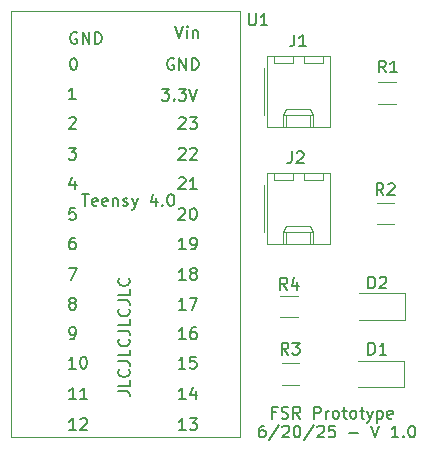
<source format=gto>
G04 #@! TF.GenerationSoftware,KiCad,Pcbnew,9.0.2*
G04 #@! TF.CreationDate,2025-06-20T10:59:13-07:00*
G04 #@! TF.ProjectId,fsrPrototype1,66737250-726f-4746-9f74-797065312e6b,rev?*
G04 #@! TF.SameCoordinates,Original*
G04 #@! TF.FileFunction,Legend,Top*
G04 #@! TF.FilePolarity,Positive*
%FSLAX46Y46*%
G04 Gerber Fmt 4.6, Leading zero omitted, Abs format (unit mm)*
G04 Created by KiCad (PCBNEW 9.0.2) date 2025-06-20 10:59:13*
%MOMM*%
%LPD*%
G01*
G04 APERTURE LIST*
%ADD10C,0.160000*%
%ADD11C,0.120000*%
%ADD12C,0.100000*%
G04 APERTURE END LIST*
D10*
X63957142Y-90769299D02*
X63766666Y-90769299D01*
X63766666Y-90769299D02*
X63671428Y-90816918D01*
X63671428Y-90816918D02*
X63623809Y-90864537D01*
X63623809Y-90864537D02*
X63528571Y-91007394D01*
X63528571Y-91007394D02*
X63480952Y-91197870D01*
X63480952Y-91197870D02*
X63480952Y-91578822D01*
X63480952Y-91578822D02*
X63528571Y-91674060D01*
X63528571Y-91674060D02*
X63576190Y-91721680D01*
X63576190Y-91721680D02*
X63671428Y-91769299D01*
X63671428Y-91769299D02*
X63861904Y-91769299D01*
X63861904Y-91769299D02*
X63957142Y-91721680D01*
X63957142Y-91721680D02*
X64004761Y-91674060D01*
X64004761Y-91674060D02*
X64052380Y-91578822D01*
X64052380Y-91578822D02*
X64052380Y-91340727D01*
X64052380Y-91340727D02*
X64004761Y-91245489D01*
X64004761Y-91245489D02*
X63957142Y-91197870D01*
X63957142Y-91197870D02*
X63861904Y-91150251D01*
X63861904Y-91150251D02*
X63671428Y-91150251D01*
X63671428Y-91150251D02*
X63576190Y-91197870D01*
X63576190Y-91197870D02*
X63528571Y-91245489D01*
X63528571Y-91245489D02*
X63480952Y-91340727D01*
X65195237Y-90721680D02*
X64338095Y-92007394D01*
X65480952Y-90864537D02*
X65528571Y-90816918D01*
X65528571Y-90816918D02*
X65623809Y-90769299D01*
X65623809Y-90769299D02*
X65861904Y-90769299D01*
X65861904Y-90769299D02*
X65957142Y-90816918D01*
X65957142Y-90816918D02*
X66004761Y-90864537D01*
X66004761Y-90864537D02*
X66052380Y-90959775D01*
X66052380Y-90959775D02*
X66052380Y-91055013D01*
X66052380Y-91055013D02*
X66004761Y-91197870D01*
X66004761Y-91197870D02*
X65433333Y-91769299D01*
X65433333Y-91769299D02*
X66052380Y-91769299D01*
X66671428Y-90769299D02*
X66766666Y-90769299D01*
X66766666Y-90769299D02*
X66861904Y-90816918D01*
X66861904Y-90816918D02*
X66909523Y-90864537D01*
X66909523Y-90864537D02*
X66957142Y-90959775D01*
X66957142Y-90959775D02*
X67004761Y-91150251D01*
X67004761Y-91150251D02*
X67004761Y-91388346D01*
X67004761Y-91388346D02*
X66957142Y-91578822D01*
X66957142Y-91578822D02*
X66909523Y-91674060D01*
X66909523Y-91674060D02*
X66861904Y-91721680D01*
X66861904Y-91721680D02*
X66766666Y-91769299D01*
X66766666Y-91769299D02*
X66671428Y-91769299D01*
X66671428Y-91769299D02*
X66576190Y-91721680D01*
X66576190Y-91721680D02*
X66528571Y-91674060D01*
X66528571Y-91674060D02*
X66480952Y-91578822D01*
X66480952Y-91578822D02*
X66433333Y-91388346D01*
X66433333Y-91388346D02*
X66433333Y-91150251D01*
X66433333Y-91150251D02*
X66480952Y-90959775D01*
X66480952Y-90959775D02*
X66528571Y-90864537D01*
X66528571Y-90864537D02*
X66576190Y-90816918D01*
X66576190Y-90816918D02*
X66671428Y-90769299D01*
X68147618Y-90721680D02*
X67290476Y-92007394D01*
X68433333Y-90864537D02*
X68480952Y-90816918D01*
X68480952Y-90816918D02*
X68576190Y-90769299D01*
X68576190Y-90769299D02*
X68814285Y-90769299D01*
X68814285Y-90769299D02*
X68909523Y-90816918D01*
X68909523Y-90816918D02*
X68957142Y-90864537D01*
X68957142Y-90864537D02*
X69004761Y-90959775D01*
X69004761Y-90959775D02*
X69004761Y-91055013D01*
X69004761Y-91055013D02*
X68957142Y-91197870D01*
X68957142Y-91197870D02*
X68385714Y-91769299D01*
X68385714Y-91769299D02*
X69004761Y-91769299D01*
X69909523Y-90769299D02*
X69433333Y-90769299D01*
X69433333Y-90769299D02*
X69385714Y-91245489D01*
X69385714Y-91245489D02*
X69433333Y-91197870D01*
X69433333Y-91197870D02*
X69528571Y-91150251D01*
X69528571Y-91150251D02*
X69766666Y-91150251D01*
X69766666Y-91150251D02*
X69861904Y-91197870D01*
X69861904Y-91197870D02*
X69909523Y-91245489D01*
X69909523Y-91245489D02*
X69957142Y-91340727D01*
X69957142Y-91340727D02*
X69957142Y-91578822D01*
X69957142Y-91578822D02*
X69909523Y-91674060D01*
X69909523Y-91674060D02*
X69861904Y-91721680D01*
X69861904Y-91721680D02*
X69766666Y-91769299D01*
X69766666Y-91769299D02*
X69528571Y-91769299D01*
X69528571Y-91769299D02*
X69433333Y-91721680D01*
X69433333Y-91721680D02*
X69385714Y-91674060D01*
X71147619Y-91388346D02*
X71909524Y-91388346D01*
X73004762Y-90769299D02*
X73338095Y-91769299D01*
X73338095Y-91769299D02*
X73671428Y-90769299D01*
X75290476Y-91769299D02*
X74719048Y-91769299D01*
X75004762Y-91769299D02*
X75004762Y-90769299D01*
X75004762Y-90769299D02*
X74909524Y-90912156D01*
X74909524Y-90912156D02*
X74814286Y-91007394D01*
X74814286Y-91007394D02*
X74719048Y-91055013D01*
X75719048Y-91674060D02*
X75766667Y-91721680D01*
X75766667Y-91721680D02*
X75719048Y-91769299D01*
X75719048Y-91769299D02*
X75671429Y-91721680D01*
X75671429Y-91721680D02*
X75719048Y-91674060D01*
X75719048Y-91674060D02*
X75719048Y-91769299D01*
X76385714Y-90769299D02*
X76480952Y-90769299D01*
X76480952Y-90769299D02*
X76576190Y-90816918D01*
X76576190Y-90816918D02*
X76623809Y-90864537D01*
X76623809Y-90864537D02*
X76671428Y-90959775D01*
X76671428Y-90959775D02*
X76719047Y-91150251D01*
X76719047Y-91150251D02*
X76719047Y-91388346D01*
X76719047Y-91388346D02*
X76671428Y-91578822D01*
X76671428Y-91578822D02*
X76623809Y-91674060D01*
X76623809Y-91674060D02*
X76576190Y-91721680D01*
X76576190Y-91721680D02*
X76480952Y-91769299D01*
X76480952Y-91769299D02*
X76385714Y-91769299D01*
X76385714Y-91769299D02*
X76290476Y-91721680D01*
X76290476Y-91721680D02*
X76242857Y-91674060D01*
X76242857Y-91674060D02*
X76195238Y-91578822D01*
X76195238Y-91578822D02*
X76147619Y-91388346D01*
X76147619Y-91388346D02*
X76147619Y-91150251D01*
X76147619Y-91150251D02*
X76195238Y-90959775D01*
X76195238Y-90959775D02*
X76242857Y-90864537D01*
X76242857Y-90864537D02*
X76290476Y-90816918D01*
X76290476Y-90816918D02*
X76385714Y-90769299D01*
X64938094Y-89645489D02*
X64604761Y-89645489D01*
X64604761Y-90169299D02*
X64604761Y-89169299D01*
X64604761Y-89169299D02*
X65080951Y-89169299D01*
X65414285Y-90121680D02*
X65557142Y-90169299D01*
X65557142Y-90169299D02*
X65795237Y-90169299D01*
X65795237Y-90169299D02*
X65890475Y-90121680D01*
X65890475Y-90121680D02*
X65938094Y-90074060D01*
X65938094Y-90074060D02*
X65985713Y-89978822D01*
X65985713Y-89978822D02*
X65985713Y-89883584D01*
X65985713Y-89883584D02*
X65938094Y-89788346D01*
X65938094Y-89788346D02*
X65890475Y-89740727D01*
X65890475Y-89740727D02*
X65795237Y-89693108D01*
X65795237Y-89693108D02*
X65604761Y-89645489D01*
X65604761Y-89645489D02*
X65509523Y-89597870D01*
X65509523Y-89597870D02*
X65461904Y-89550251D01*
X65461904Y-89550251D02*
X65414285Y-89455013D01*
X65414285Y-89455013D02*
X65414285Y-89359775D01*
X65414285Y-89359775D02*
X65461904Y-89264537D01*
X65461904Y-89264537D02*
X65509523Y-89216918D01*
X65509523Y-89216918D02*
X65604761Y-89169299D01*
X65604761Y-89169299D02*
X65842856Y-89169299D01*
X65842856Y-89169299D02*
X65985713Y-89216918D01*
X66985713Y-90169299D02*
X66652380Y-89693108D01*
X66414285Y-90169299D02*
X66414285Y-89169299D01*
X66414285Y-89169299D02*
X66795237Y-89169299D01*
X66795237Y-89169299D02*
X66890475Y-89216918D01*
X66890475Y-89216918D02*
X66938094Y-89264537D01*
X66938094Y-89264537D02*
X66985713Y-89359775D01*
X66985713Y-89359775D02*
X66985713Y-89502632D01*
X66985713Y-89502632D02*
X66938094Y-89597870D01*
X66938094Y-89597870D02*
X66890475Y-89645489D01*
X66890475Y-89645489D02*
X66795237Y-89693108D01*
X66795237Y-89693108D02*
X66414285Y-89693108D01*
X68176190Y-90169299D02*
X68176190Y-89169299D01*
X68176190Y-89169299D02*
X68557142Y-89169299D01*
X68557142Y-89169299D02*
X68652380Y-89216918D01*
X68652380Y-89216918D02*
X68699999Y-89264537D01*
X68699999Y-89264537D02*
X68747618Y-89359775D01*
X68747618Y-89359775D02*
X68747618Y-89502632D01*
X68747618Y-89502632D02*
X68699999Y-89597870D01*
X68699999Y-89597870D02*
X68652380Y-89645489D01*
X68652380Y-89645489D02*
X68557142Y-89693108D01*
X68557142Y-89693108D02*
X68176190Y-89693108D01*
X69176190Y-90169299D02*
X69176190Y-89502632D01*
X69176190Y-89693108D02*
X69223809Y-89597870D01*
X69223809Y-89597870D02*
X69271428Y-89550251D01*
X69271428Y-89550251D02*
X69366666Y-89502632D01*
X69366666Y-89502632D02*
X69461904Y-89502632D01*
X69938095Y-90169299D02*
X69842857Y-90121680D01*
X69842857Y-90121680D02*
X69795238Y-90074060D01*
X69795238Y-90074060D02*
X69747619Y-89978822D01*
X69747619Y-89978822D02*
X69747619Y-89693108D01*
X69747619Y-89693108D02*
X69795238Y-89597870D01*
X69795238Y-89597870D02*
X69842857Y-89550251D01*
X69842857Y-89550251D02*
X69938095Y-89502632D01*
X69938095Y-89502632D02*
X70080952Y-89502632D01*
X70080952Y-89502632D02*
X70176190Y-89550251D01*
X70176190Y-89550251D02*
X70223809Y-89597870D01*
X70223809Y-89597870D02*
X70271428Y-89693108D01*
X70271428Y-89693108D02*
X70271428Y-89978822D01*
X70271428Y-89978822D02*
X70223809Y-90074060D01*
X70223809Y-90074060D02*
X70176190Y-90121680D01*
X70176190Y-90121680D02*
X70080952Y-90169299D01*
X70080952Y-90169299D02*
X69938095Y-90169299D01*
X70557143Y-89502632D02*
X70938095Y-89502632D01*
X70700000Y-89169299D02*
X70700000Y-90026441D01*
X70700000Y-90026441D02*
X70747619Y-90121680D01*
X70747619Y-90121680D02*
X70842857Y-90169299D01*
X70842857Y-90169299D02*
X70938095Y-90169299D01*
X71414286Y-90169299D02*
X71319048Y-90121680D01*
X71319048Y-90121680D02*
X71271429Y-90074060D01*
X71271429Y-90074060D02*
X71223810Y-89978822D01*
X71223810Y-89978822D02*
X71223810Y-89693108D01*
X71223810Y-89693108D02*
X71271429Y-89597870D01*
X71271429Y-89597870D02*
X71319048Y-89550251D01*
X71319048Y-89550251D02*
X71414286Y-89502632D01*
X71414286Y-89502632D02*
X71557143Y-89502632D01*
X71557143Y-89502632D02*
X71652381Y-89550251D01*
X71652381Y-89550251D02*
X71700000Y-89597870D01*
X71700000Y-89597870D02*
X71747619Y-89693108D01*
X71747619Y-89693108D02*
X71747619Y-89978822D01*
X71747619Y-89978822D02*
X71700000Y-90074060D01*
X71700000Y-90074060D02*
X71652381Y-90121680D01*
X71652381Y-90121680D02*
X71557143Y-90169299D01*
X71557143Y-90169299D02*
X71414286Y-90169299D01*
X72033334Y-89502632D02*
X72414286Y-89502632D01*
X72176191Y-89169299D02*
X72176191Y-90026441D01*
X72176191Y-90026441D02*
X72223810Y-90121680D01*
X72223810Y-90121680D02*
X72319048Y-90169299D01*
X72319048Y-90169299D02*
X72414286Y-90169299D01*
X72652382Y-89502632D02*
X72890477Y-90169299D01*
X73128572Y-89502632D02*
X72890477Y-90169299D01*
X72890477Y-90169299D02*
X72795239Y-90407394D01*
X72795239Y-90407394D02*
X72747620Y-90455013D01*
X72747620Y-90455013D02*
X72652382Y-90502632D01*
X73509525Y-89502632D02*
X73509525Y-90502632D01*
X73509525Y-89550251D02*
X73604763Y-89502632D01*
X73604763Y-89502632D02*
X73795239Y-89502632D01*
X73795239Y-89502632D02*
X73890477Y-89550251D01*
X73890477Y-89550251D02*
X73938096Y-89597870D01*
X73938096Y-89597870D02*
X73985715Y-89693108D01*
X73985715Y-89693108D02*
X73985715Y-89978822D01*
X73985715Y-89978822D02*
X73938096Y-90074060D01*
X73938096Y-90074060D02*
X73890477Y-90121680D01*
X73890477Y-90121680D02*
X73795239Y-90169299D01*
X73795239Y-90169299D02*
X73604763Y-90169299D01*
X73604763Y-90169299D02*
X73509525Y-90121680D01*
X74795239Y-90121680D02*
X74700001Y-90169299D01*
X74700001Y-90169299D02*
X74509525Y-90169299D01*
X74509525Y-90169299D02*
X74414287Y-90121680D01*
X74414287Y-90121680D02*
X74366668Y-90026441D01*
X74366668Y-90026441D02*
X74366668Y-89645489D01*
X74366668Y-89645489D02*
X74414287Y-89550251D01*
X74414287Y-89550251D02*
X74509525Y-89502632D01*
X74509525Y-89502632D02*
X74700001Y-89502632D01*
X74700001Y-89502632D02*
X74795239Y-89550251D01*
X74795239Y-89550251D02*
X74842858Y-89645489D01*
X74842858Y-89645489D02*
X74842858Y-89740727D01*
X74842858Y-89740727D02*
X74366668Y-89835965D01*
X51569299Y-87870927D02*
X52283584Y-87870927D01*
X52283584Y-87870927D02*
X52426441Y-87918546D01*
X52426441Y-87918546D02*
X52521680Y-88013784D01*
X52521680Y-88013784D02*
X52569299Y-88156641D01*
X52569299Y-88156641D02*
X52569299Y-88251879D01*
X52569299Y-86918546D02*
X52569299Y-87394736D01*
X52569299Y-87394736D02*
X51569299Y-87394736D01*
X52474060Y-86013784D02*
X52521680Y-86061403D01*
X52521680Y-86061403D02*
X52569299Y-86204260D01*
X52569299Y-86204260D02*
X52569299Y-86299498D01*
X52569299Y-86299498D02*
X52521680Y-86442355D01*
X52521680Y-86442355D02*
X52426441Y-86537593D01*
X52426441Y-86537593D02*
X52331203Y-86585212D01*
X52331203Y-86585212D02*
X52140727Y-86632831D01*
X52140727Y-86632831D02*
X51997870Y-86632831D01*
X51997870Y-86632831D02*
X51807394Y-86585212D01*
X51807394Y-86585212D02*
X51712156Y-86537593D01*
X51712156Y-86537593D02*
X51616918Y-86442355D01*
X51616918Y-86442355D02*
X51569299Y-86299498D01*
X51569299Y-86299498D02*
X51569299Y-86204260D01*
X51569299Y-86204260D02*
X51616918Y-86061403D01*
X51616918Y-86061403D02*
X51664537Y-86013784D01*
X51569299Y-85299498D02*
X52283584Y-85299498D01*
X52283584Y-85299498D02*
X52426441Y-85347117D01*
X52426441Y-85347117D02*
X52521680Y-85442355D01*
X52521680Y-85442355D02*
X52569299Y-85585212D01*
X52569299Y-85585212D02*
X52569299Y-85680450D01*
X52569299Y-84347117D02*
X52569299Y-84823307D01*
X52569299Y-84823307D02*
X51569299Y-84823307D01*
X52474060Y-83442355D02*
X52521680Y-83489974D01*
X52521680Y-83489974D02*
X52569299Y-83632831D01*
X52569299Y-83632831D02*
X52569299Y-83728069D01*
X52569299Y-83728069D02*
X52521680Y-83870926D01*
X52521680Y-83870926D02*
X52426441Y-83966164D01*
X52426441Y-83966164D02*
X52331203Y-84013783D01*
X52331203Y-84013783D02*
X52140727Y-84061402D01*
X52140727Y-84061402D02*
X51997870Y-84061402D01*
X51997870Y-84061402D02*
X51807394Y-84013783D01*
X51807394Y-84013783D02*
X51712156Y-83966164D01*
X51712156Y-83966164D02*
X51616918Y-83870926D01*
X51616918Y-83870926D02*
X51569299Y-83728069D01*
X51569299Y-83728069D02*
X51569299Y-83632831D01*
X51569299Y-83632831D02*
X51616918Y-83489974D01*
X51616918Y-83489974D02*
X51664537Y-83442355D01*
X51569299Y-82728069D02*
X52283584Y-82728069D01*
X52283584Y-82728069D02*
X52426441Y-82775688D01*
X52426441Y-82775688D02*
X52521680Y-82870926D01*
X52521680Y-82870926D02*
X52569299Y-83013783D01*
X52569299Y-83013783D02*
X52569299Y-83109021D01*
X52569299Y-81775688D02*
X52569299Y-82251878D01*
X52569299Y-82251878D02*
X51569299Y-82251878D01*
X52474060Y-80870926D02*
X52521680Y-80918545D01*
X52521680Y-80918545D02*
X52569299Y-81061402D01*
X52569299Y-81061402D02*
X52569299Y-81156640D01*
X52569299Y-81156640D02*
X52521680Y-81299497D01*
X52521680Y-81299497D02*
X52426441Y-81394735D01*
X52426441Y-81394735D02*
X52331203Y-81442354D01*
X52331203Y-81442354D02*
X52140727Y-81489973D01*
X52140727Y-81489973D02*
X51997870Y-81489973D01*
X51997870Y-81489973D02*
X51807394Y-81442354D01*
X51807394Y-81442354D02*
X51712156Y-81394735D01*
X51712156Y-81394735D02*
X51616918Y-81299497D01*
X51616918Y-81299497D02*
X51569299Y-81156640D01*
X51569299Y-81156640D02*
X51569299Y-81061402D01*
X51569299Y-81061402D02*
X51616918Y-80918545D01*
X51616918Y-80918545D02*
X51664537Y-80870926D01*
X51569299Y-80156640D02*
X52283584Y-80156640D01*
X52283584Y-80156640D02*
X52426441Y-80204259D01*
X52426441Y-80204259D02*
X52521680Y-80299497D01*
X52521680Y-80299497D02*
X52569299Y-80442354D01*
X52569299Y-80442354D02*
X52569299Y-80537592D01*
X52569299Y-79204259D02*
X52569299Y-79680449D01*
X52569299Y-79680449D02*
X51569299Y-79680449D01*
X52474060Y-78299497D02*
X52521680Y-78347116D01*
X52521680Y-78347116D02*
X52569299Y-78489973D01*
X52569299Y-78489973D02*
X52569299Y-78585211D01*
X52569299Y-78585211D02*
X52521680Y-78728068D01*
X52521680Y-78728068D02*
X52426441Y-78823306D01*
X52426441Y-78823306D02*
X52331203Y-78870925D01*
X52331203Y-78870925D02*
X52140727Y-78918544D01*
X52140727Y-78918544D02*
X51997870Y-78918544D01*
X51997870Y-78918544D02*
X51807394Y-78870925D01*
X51807394Y-78870925D02*
X51712156Y-78823306D01*
X51712156Y-78823306D02*
X51616918Y-78728068D01*
X51616918Y-78728068D02*
X51569299Y-78585211D01*
X51569299Y-78585211D02*
X51569299Y-78489973D01*
X51569299Y-78489973D02*
X51616918Y-78347116D01*
X51616918Y-78347116D02*
X51664537Y-78299497D01*
X48500501Y-71169299D02*
X49071929Y-71169299D01*
X48786215Y-72169299D02*
X48786215Y-71169299D01*
X49786215Y-72121680D02*
X49690977Y-72169299D01*
X49690977Y-72169299D02*
X49500501Y-72169299D01*
X49500501Y-72169299D02*
X49405263Y-72121680D01*
X49405263Y-72121680D02*
X49357644Y-72026441D01*
X49357644Y-72026441D02*
X49357644Y-71645489D01*
X49357644Y-71645489D02*
X49405263Y-71550251D01*
X49405263Y-71550251D02*
X49500501Y-71502632D01*
X49500501Y-71502632D02*
X49690977Y-71502632D01*
X49690977Y-71502632D02*
X49786215Y-71550251D01*
X49786215Y-71550251D02*
X49833834Y-71645489D01*
X49833834Y-71645489D02*
X49833834Y-71740727D01*
X49833834Y-71740727D02*
X49357644Y-71835965D01*
X50643358Y-72121680D02*
X50548120Y-72169299D01*
X50548120Y-72169299D02*
X50357644Y-72169299D01*
X50357644Y-72169299D02*
X50262406Y-72121680D01*
X50262406Y-72121680D02*
X50214787Y-72026441D01*
X50214787Y-72026441D02*
X50214787Y-71645489D01*
X50214787Y-71645489D02*
X50262406Y-71550251D01*
X50262406Y-71550251D02*
X50357644Y-71502632D01*
X50357644Y-71502632D02*
X50548120Y-71502632D01*
X50548120Y-71502632D02*
X50643358Y-71550251D01*
X50643358Y-71550251D02*
X50690977Y-71645489D01*
X50690977Y-71645489D02*
X50690977Y-71740727D01*
X50690977Y-71740727D02*
X50214787Y-71835965D01*
X51119549Y-71502632D02*
X51119549Y-72169299D01*
X51119549Y-71597870D02*
X51167168Y-71550251D01*
X51167168Y-71550251D02*
X51262406Y-71502632D01*
X51262406Y-71502632D02*
X51405263Y-71502632D01*
X51405263Y-71502632D02*
X51500501Y-71550251D01*
X51500501Y-71550251D02*
X51548120Y-71645489D01*
X51548120Y-71645489D02*
X51548120Y-72169299D01*
X51976692Y-72121680D02*
X52071930Y-72169299D01*
X52071930Y-72169299D02*
X52262406Y-72169299D01*
X52262406Y-72169299D02*
X52357644Y-72121680D01*
X52357644Y-72121680D02*
X52405263Y-72026441D01*
X52405263Y-72026441D02*
X52405263Y-71978822D01*
X52405263Y-71978822D02*
X52357644Y-71883584D01*
X52357644Y-71883584D02*
X52262406Y-71835965D01*
X52262406Y-71835965D02*
X52119549Y-71835965D01*
X52119549Y-71835965D02*
X52024311Y-71788346D01*
X52024311Y-71788346D02*
X51976692Y-71693108D01*
X51976692Y-71693108D02*
X51976692Y-71645489D01*
X51976692Y-71645489D02*
X52024311Y-71550251D01*
X52024311Y-71550251D02*
X52119549Y-71502632D01*
X52119549Y-71502632D02*
X52262406Y-71502632D01*
X52262406Y-71502632D02*
X52357644Y-71550251D01*
X52738597Y-71502632D02*
X52976692Y-72169299D01*
X53214787Y-71502632D02*
X52976692Y-72169299D01*
X52976692Y-72169299D02*
X52881454Y-72407394D01*
X52881454Y-72407394D02*
X52833835Y-72455013D01*
X52833835Y-72455013D02*
X52738597Y-72502632D01*
X54786216Y-71502632D02*
X54786216Y-72169299D01*
X54548121Y-71121680D02*
X54310026Y-71835965D01*
X54310026Y-71835965D02*
X54929073Y-71835965D01*
X55310026Y-72074060D02*
X55357645Y-72121680D01*
X55357645Y-72121680D02*
X55310026Y-72169299D01*
X55310026Y-72169299D02*
X55262407Y-72121680D01*
X55262407Y-72121680D02*
X55310026Y-72074060D01*
X55310026Y-72074060D02*
X55310026Y-72169299D01*
X55976692Y-71169299D02*
X56071930Y-71169299D01*
X56071930Y-71169299D02*
X56167168Y-71216918D01*
X56167168Y-71216918D02*
X56214787Y-71264537D01*
X56214787Y-71264537D02*
X56262406Y-71359775D01*
X56262406Y-71359775D02*
X56310025Y-71550251D01*
X56310025Y-71550251D02*
X56310025Y-71788346D01*
X56310025Y-71788346D02*
X56262406Y-71978822D01*
X56262406Y-71978822D02*
X56214787Y-72074060D01*
X56214787Y-72074060D02*
X56167168Y-72121680D01*
X56167168Y-72121680D02*
X56071930Y-72169299D01*
X56071930Y-72169299D02*
X55976692Y-72169299D01*
X55976692Y-72169299D02*
X55881454Y-72121680D01*
X55881454Y-72121680D02*
X55833835Y-72074060D01*
X55833835Y-72074060D02*
X55786216Y-71978822D01*
X55786216Y-71978822D02*
X55738597Y-71788346D01*
X55738597Y-71788346D02*
X55738597Y-71550251D01*
X55738597Y-71550251D02*
X55786216Y-71359775D01*
X55786216Y-71359775D02*
X55833835Y-71264537D01*
X55833835Y-71264537D02*
X55881454Y-71216918D01*
X55881454Y-71216918D02*
X55976692Y-71169299D01*
X66466666Y-57654299D02*
X66466666Y-58368584D01*
X66466666Y-58368584D02*
X66419047Y-58511441D01*
X66419047Y-58511441D02*
X66323809Y-58606680D01*
X66323809Y-58606680D02*
X66180952Y-58654299D01*
X66180952Y-58654299D02*
X66085714Y-58654299D01*
X67466666Y-58654299D02*
X66895238Y-58654299D01*
X67180952Y-58654299D02*
X67180952Y-57654299D01*
X67180952Y-57654299D02*
X67085714Y-57797156D01*
X67085714Y-57797156D02*
X66990476Y-57892394D01*
X66990476Y-57892394D02*
X66895238Y-57940013D01*
X72761905Y-79154299D02*
X72761905Y-78154299D01*
X72761905Y-78154299D02*
X73000000Y-78154299D01*
X73000000Y-78154299D02*
X73142857Y-78201918D01*
X73142857Y-78201918D02*
X73238095Y-78297156D01*
X73238095Y-78297156D02*
X73285714Y-78392394D01*
X73285714Y-78392394D02*
X73333333Y-78582870D01*
X73333333Y-78582870D02*
X73333333Y-78725727D01*
X73333333Y-78725727D02*
X73285714Y-78916203D01*
X73285714Y-78916203D02*
X73238095Y-79011441D01*
X73238095Y-79011441D02*
X73142857Y-79106680D01*
X73142857Y-79106680D02*
X73000000Y-79154299D01*
X73000000Y-79154299D02*
X72761905Y-79154299D01*
X73714286Y-78249537D02*
X73761905Y-78201918D01*
X73761905Y-78201918D02*
X73857143Y-78154299D01*
X73857143Y-78154299D02*
X74095238Y-78154299D01*
X74095238Y-78154299D02*
X74190476Y-78201918D01*
X74190476Y-78201918D02*
X74238095Y-78249537D01*
X74238095Y-78249537D02*
X74285714Y-78344775D01*
X74285714Y-78344775D02*
X74285714Y-78440013D01*
X74285714Y-78440013D02*
X74238095Y-78582870D01*
X74238095Y-78582870D02*
X73666667Y-79154299D01*
X73666667Y-79154299D02*
X74285714Y-79154299D01*
X65970833Y-84754299D02*
X65637500Y-84278108D01*
X65399405Y-84754299D02*
X65399405Y-83754299D01*
X65399405Y-83754299D02*
X65780357Y-83754299D01*
X65780357Y-83754299D02*
X65875595Y-83801918D01*
X65875595Y-83801918D02*
X65923214Y-83849537D01*
X65923214Y-83849537D02*
X65970833Y-83944775D01*
X65970833Y-83944775D02*
X65970833Y-84087632D01*
X65970833Y-84087632D02*
X65923214Y-84182870D01*
X65923214Y-84182870D02*
X65875595Y-84230489D01*
X65875595Y-84230489D02*
X65780357Y-84278108D01*
X65780357Y-84278108D02*
X65399405Y-84278108D01*
X66304167Y-83754299D02*
X66923214Y-83754299D01*
X66923214Y-83754299D02*
X66589881Y-84135251D01*
X66589881Y-84135251D02*
X66732738Y-84135251D01*
X66732738Y-84135251D02*
X66827976Y-84182870D01*
X66827976Y-84182870D02*
X66875595Y-84230489D01*
X66875595Y-84230489D02*
X66923214Y-84325727D01*
X66923214Y-84325727D02*
X66923214Y-84563822D01*
X66923214Y-84563822D02*
X66875595Y-84659060D01*
X66875595Y-84659060D02*
X66827976Y-84706680D01*
X66827976Y-84706680D02*
X66732738Y-84754299D01*
X66732738Y-84754299D02*
X66447024Y-84754299D01*
X66447024Y-84754299D02*
X66351786Y-84706680D01*
X66351786Y-84706680D02*
X66304167Y-84659060D01*
X62638095Y-55854299D02*
X62638095Y-56663822D01*
X62638095Y-56663822D02*
X62685714Y-56759060D01*
X62685714Y-56759060D02*
X62733333Y-56806680D01*
X62733333Y-56806680D02*
X62828571Y-56854299D01*
X62828571Y-56854299D02*
X63019047Y-56854299D01*
X63019047Y-56854299D02*
X63114285Y-56806680D01*
X63114285Y-56806680D02*
X63161904Y-56759060D01*
X63161904Y-56759060D02*
X63209523Y-56663822D01*
X63209523Y-56663822D02*
X63209523Y-55854299D01*
X64209523Y-56854299D02*
X63638095Y-56854299D01*
X63923809Y-56854299D02*
X63923809Y-55854299D01*
X63923809Y-55854299D02*
X63828571Y-55997156D01*
X63828571Y-55997156D02*
X63733333Y-56092394D01*
X63733333Y-56092394D02*
X63638095Y-56140013D01*
X47743834Y-59639299D02*
X47839072Y-59639299D01*
X47839072Y-59639299D02*
X47934310Y-59686918D01*
X47934310Y-59686918D02*
X47981929Y-59734537D01*
X47981929Y-59734537D02*
X48029548Y-59829775D01*
X48029548Y-59829775D02*
X48077167Y-60020251D01*
X48077167Y-60020251D02*
X48077167Y-60258346D01*
X48077167Y-60258346D02*
X48029548Y-60448822D01*
X48029548Y-60448822D02*
X47981929Y-60544060D01*
X47981929Y-60544060D02*
X47934310Y-60591680D01*
X47934310Y-60591680D02*
X47839072Y-60639299D01*
X47839072Y-60639299D02*
X47743834Y-60639299D01*
X47743834Y-60639299D02*
X47648596Y-60591680D01*
X47648596Y-60591680D02*
X47600977Y-60544060D01*
X47600977Y-60544060D02*
X47553358Y-60448822D01*
X47553358Y-60448822D02*
X47505739Y-60258346D01*
X47505739Y-60258346D02*
X47505739Y-60020251D01*
X47505739Y-60020251D02*
X47553358Y-59829775D01*
X47553358Y-59829775D02*
X47600977Y-59734537D01*
X47600977Y-59734537D02*
X47648596Y-59686918D01*
X47648596Y-59686918D02*
X47743834Y-59639299D01*
X56277167Y-59686918D02*
X56181929Y-59639299D01*
X56181929Y-59639299D02*
X56039072Y-59639299D01*
X56039072Y-59639299D02*
X55896215Y-59686918D01*
X55896215Y-59686918D02*
X55800977Y-59782156D01*
X55800977Y-59782156D02*
X55753358Y-59877394D01*
X55753358Y-59877394D02*
X55705739Y-60067870D01*
X55705739Y-60067870D02*
X55705739Y-60210727D01*
X55705739Y-60210727D02*
X55753358Y-60401203D01*
X55753358Y-60401203D02*
X55800977Y-60496441D01*
X55800977Y-60496441D02*
X55896215Y-60591680D01*
X55896215Y-60591680D02*
X56039072Y-60639299D01*
X56039072Y-60639299D02*
X56134310Y-60639299D01*
X56134310Y-60639299D02*
X56277167Y-60591680D01*
X56277167Y-60591680D02*
X56324786Y-60544060D01*
X56324786Y-60544060D02*
X56324786Y-60210727D01*
X56324786Y-60210727D02*
X56134310Y-60210727D01*
X56753358Y-60639299D02*
X56753358Y-59639299D01*
X56753358Y-59639299D02*
X57324786Y-60639299D01*
X57324786Y-60639299D02*
X57324786Y-59639299D01*
X57800977Y-60639299D02*
X57800977Y-59639299D01*
X57800977Y-59639299D02*
X58039072Y-59639299D01*
X58039072Y-59639299D02*
X58181929Y-59686918D01*
X58181929Y-59686918D02*
X58277167Y-59782156D01*
X58277167Y-59782156D02*
X58324786Y-59877394D01*
X58324786Y-59877394D02*
X58372405Y-60067870D01*
X58372405Y-60067870D02*
X58372405Y-60210727D01*
X58372405Y-60210727D02*
X58324786Y-60401203D01*
X58324786Y-60401203D02*
X58277167Y-60496441D01*
X58277167Y-60496441D02*
X58181929Y-60591680D01*
X58181929Y-60591680D02*
X58039072Y-60639299D01*
X58039072Y-60639299D02*
X57800977Y-60639299D01*
X57277167Y-91139299D02*
X56705739Y-91139299D01*
X56991453Y-91139299D02*
X56991453Y-90139299D01*
X56991453Y-90139299D02*
X56896215Y-90282156D01*
X56896215Y-90282156D02*
X56800977Y-90377394D01*
X56800977Y-90377394D02*
X56705739Y-90425013D01*
X57610501Y-90139299D02*
X58229548Y-90139299D01*
X58229548Y-90139299D02*
X57896215Y-90520251D01*
X57896215Y-90520251D02*
X58039072Y-90520251D01*
X58039072Y-90520251D02*
X58134310Y-90567870D01*
X58134310Y-90567870D02*
X58181929Y-90615489D01*
X58181929Y-90615489D02*
X58229548Y-90710727D01*
X58229548Y-90710727D02*
X58229548Y-90948822D01*
X58229548Y-90948822D02*
X58181929Y-91044060D01*
X58181929Y-91044060D02*
X58134310Y-91091680D01*
X58134310Y-91091680D02*
X58039072Y-91139299D01*
X58039072Y-91139299D02*
X57753358Y-91139299D01*
X57753358Y-91139299D02*
X57658120Y-91091680D01*
X57658120Y-91091680D02*
X57610501Y-91044060D01*
X57277167Y-80939299D02*
X56705739Y-80939299D01*
X56991453Y-80939299D02*
X56991453Y-79939299D01*
X56991453Y-79939299D02*
X56896215Y-80082156D01*
X56896215Y-80082156D02*
X56800977Y-80177394D01*
X56800977Y-80177394D02*
X56705739Y-80225013D01*
X57610501Y-79939299D02*
X58277167Y-79939299D01*
X58277167Y-79939299D02*
X57848596Y-80939299D01*
X47378120Y-77439299D02*
X48044786Y-77439299D01*
X48044786Y-77439299D02*
X47616215Y-78439299D01*
X47977167Y-63139299D02*
X47405739Y-63139299D01*
X47691453Y-63139299D02*
X47691453Y-62139299D01*
X47691453Y-62139299D02*
X47596215Y-62282156D01*
X47596215Y-62282156D02*
X47500977Y-62377394D01*
X47500977Y-62377394D02*
X47405739Y-62425013D01*
X56410501Y-56939299D02*
X56743834Y-57939299D01*
X56743834Y-57939299D02*
X57077167Y-56939299D01*
X57410501Y-57939299D02*
X57410501Y-57272632D01*
X57410501Y-56939299D02*
X57362882Y-56986918D01*
X57362882Y-56986918D02*
X57410501Y-57034537D01*
X57410501Y-57034537D02*
X57458120Y-56986918D01*
X57458120Y-56986918D02*
X57410501Y-56939299D01*
X57410501Y-56939299D02*
X57410501Y-57034537D01*
X57886691Y-57272632D02*
X57886691Y-57939299D01*
X57886691Y-57367870D02*
X57934310Y-57320251D01*
X57934310Y-57320251D02*
X58029548Y-57272632D01*
X58029548Y-57272632D02*
X58172405Y-57272632D01*
X58172405Y-57272632D02*
X58267643Y-57320251D01*
X58267643Y-57320251D02*
X58315262Y-57415489D01*
X58315262Y-57415489D02*
X58315262Y-57939299D01*
X57277167Y-83439299D02*
X56705739Y-83439299D01*
X56991453Y-83439299D02*
X56991453Y-82439299D01*
X56991453Y-82439299D02*
X56896215Y-82582156D01*
X56896215Y-82582156D02*
X56800977Y-82677394D01*
X56800977Y-82677394D02*
X56705739Y-82725013D01*
X58134310Y-82439299D02*
X57943834Y-82439299D01*
X57943834Y-82439299D02*
X57848596Y-82486918D01*
X57848596Y-82486918D02*
X57800977Y-82534537D01*
X57800977Y-82534537D02*
X57705739Y-82677394D01*
X57705739Y-82677394D02*
X57658120Y-82867870D01*
X57658120Y-82867870D02*
X57658120Y-83248822D01*
X57658120Y-83248822D02*
X57705739Y-83344060D01*
X57705739Y-83344060D02*
X57753358Y-83391680D01*
X57753358Y-83391680D02*
X57848596Y-83439299D01*
X57848596Y-83439299D02*
X58039072Y-83439299D01*
X58039072Y-83439299D02*
X58134310Y-83391680D01*
X58134310Y-83391680D02*
X58181929Y-83344060D01*
X58181929Y-83344060D02*
X58229548Y-83248822D01*
X58229548Y-83248822D02*
X58229548Y-83010727D01*
X58229548Y-83010727D02*
X58181929Y-82915489D01*
X58181929Y-82915489D02*
X58134310Y-82867870D01*
X58134310Y-82867870D02*
X58039072Y-82820251D01*
X58039072Y-82820251D02*
X57848596Y-82820251D01*
X57848596Y-82820251D02*
X57753358Y-82867870D01*
X57753358Y-82867870D02*
X57705739Y-82915489D01*
X57705739Y-82915489D02*
X57658120Y-83010727D01*
X57277167Y-78439299D02*
X56705739Y-78439299D01*
X56991453Y-78439299D02*
X56991453Y-77439299D01*
X56991453Y-77439299D02*
X56896215Y-77582156D01*
X56896215Y-77582156D02*
X56800977Y-77677394D01*
X56800977Y-77677394D02*
X56705739Y-77725013D01*
X57848596Y-77867870D02*
X57753358Y-77820251D01*
X57753358Y-77820251D02*
X57705739Y-77772632D01*
X57705739Y-77772632D02*
X57658120Y-77677394D01*
X57658120Y-77677394D02*
X57658120Y-77629775D01*
X57658120Y-77629775D02*
X57705739Y-77534537D01*
X57705739Y-77534537D02*
X57753358Y-77486918D01*
X57753358Y-77486918D02*
X57848596Y-77439299D01*
X57848596Y-77439299D02*
X58039072Y-77439299D01*
X58039072Y-77439299D02*
X58134310Y-77486918D01*
X58134310Y-77486918D02*
X58181929Y-77534537D01*
X58181929Y-77534537D02*
X58229548Y-77629775D01*
X58229548Y-77629775D02*
X58229548Y-77677394D01*
X58229548Y-77677394D02*
X58181929Y-77772632D01*
X58181929Y-77772632D02*
X58134310Y-77820251D01*
X58134310Y-77820251D02*
X58039072Y-77867870D01*
X58039072Y-77867870D02*
X57848596Y-77867870D01*
X57848596Y-77867870D02*
X57753358Y-77915489D01*
X57753358Y-77915489D02*
X57705739Y-77963108D01*
X57705739Y-77963108D02*
X57658120Y-78058346D01*
X57658120Y-78058346D02*
X57658120Y-78248822D01*
X57658120Y-78248822D02*
X57705739Y-78344060D01*
X57705739Y-78344060D02*
X57753358Y-78391680D01*
X57753358Y-78391680D02*
X57848596Y-78439299D01*
X57848596Y-78439299D02*
X58039072Y-78439299D01*
X58039072Y-78439299D02*
X58134310Y-78391680D01*
X58134310Y-78391680D02*
X58181929Y-78344060D01*
X58181929Y-78344060D02*
X58229548Y-78248822D01*
X58229548Y-78248822D02*
X58229548Y-78058346D01*
X58229548Y-78058346D02*
X58181929Y-77963108D01*
X58181929Y-77963108D02*
X58134310Y-77915489D01*
X58134310Y-77915489D02*
X58039072Y-77867870D01*
X57257167Y-85939299D02*
X56685739Y-85939299D01*
X56971453Y-85939299D02*
X56971453Y-84939299D01*
X56971453Y-84939299D02*
X56876215Y-85082156D01*
X56876215Y-85082156D02*
X56780977Y-85177394D01*
X56780977Y-85177394D02*
X56685739Y-85225013D01*
X58161929Y-84939299D02*
X57685739Y-84939299D01*
X57685739Y-84939299D02*
X57638120Y-85415489D01*
X57638120Y-85415489D02*
X57685739Y-85367870D01*
X57685739Y-85367870D02*
X57780977Y-85320251D01*
X57780977Y-85320251D02*
X58019072Y-85320251D01*
X58019072Y-85320251D02*
X58114310Y-85367870D01*
X58114310Y-85367870D02*
X58161929Y-85415489D01*
X58161929Y-85415489D02*
X58209548Y-85510727D01*
X58209548Y-85510727D02*
X58209548Y-85748822D01*
X58209548Y-85748822D02*
X58161929Y-85844060D01*
X58161929Y-85844060D02*
X58114310Y-85891680D01*
X58114310Y-85891680D02*
X58019072Y-85939299D01*
X58019072Y-85939299D02*
X57780977Y-85939299D01*
X57780977Y-85939299D02*
X57685739Y-85891680D01*
X57685739Y-85891680D02*
X57638120Y-85844060D01*
X47901929Y-70072632D02*
X47901929Y-70739299D01*
X47663834Y-69691680D02*
X47425739Y-70405965D01*
X47425739Y-70405965D02*
X48044786Y-70405965D01*
X57277167Y-88539299D02*
X56705739Y-88539299D01*
X56991453Y-88539299D02*
X56991453Y-87539299D01*
X56991453Y-87539299D02*
X56896215Y-87682156D01*
X56896215Y-87682156D02*
X56800977Y-87777394D01*
X56800977Y-87777394D02*
X56705739Y-87825013D01*
X58134310Y-87872632D02*
X58134310Y-88539299D01*
X57896215Y-87491680D02*
X57658120Y-88205965D01*
X57658120Y-88205965D02*
X58277167Y-88205965D01*
X47997167Y-91139299D02*
X47425739Y-91139299D01*
X47711453Y-91139299D02*
X47711453Y-90139299D01*
X47711453Y-90139299D02*
X47616215Y-90282156D01*
X47616215Y-90282156D02*
X47520977Y-90377394D01*
X47520977Y-90377394D02*
X47425739Y-90425013D01*
X48378120Y-90234537D02*
X48425739Y-90186918D01*
X48425739Y-90186918D02*
X48520977Y-90139299D01*
X48520977Y-90139299D02*
X48759072Y-90139299D01*
X48759072Y-90139299D02*
X48854310Y-90186918D01*
X48854310Y-90186918D02*
X48901929Y-90234537D01*
X48901929Y-90234537D02*
X48949548Y-90329775D01*
X48949548Y-90329775D02*
X48949548Y-90425013D01*
X48949548Y-90425013D02*
X48901929Y-90567870D01*
X48901929Y-90567870D02*
X48330501Y-91139299D01*
X48330501Y-91139299D02*
X48949548Y-91139299D01*
X47901929Y-74839299D02*
X47711453Y-74839299D01*
X47711453Y-74839299D02*
X47616215Y-74886918D01*
X47616215Y-74886918D02*
X47568596Y-74934537D01*
X47568596Y-74934537D02*
X47473358Y-75077394D01*
X47473358Y-75077394D02*
X47425739Y-75267870D01*
X47425739Y-75267870D02*
X47425739Y-75648822D01*
X47425739Y-75648822D02*
X47473358Y-75744060D01*
X47473358Y-75744060D02*
X47520977Y-75791680D01*
X47520977Y-75791680D02*
X47616215Y-75839299D01*
X47616215Y-75839299D02*
X47806691Y-75839299D01*
X47806691Y-75839299D02*
X47901929Y-75791680D01*
X47901929Y-75791680D02*
X47949548Y-75744060D01*
X47949548Y-75744060D02*
X47997167Y-75648822D01*
X47997167Y-75648822D02*
X47997167Y-75410727D01*
X47997167Y-75410727D02*
X47949548Y-75315489D01*
X47949548Y-75315489D02*
X47901929Y-75267870D01*
X47901929Y-75267870D02*
X47806691Y-75220251D01*
X47806691Y-75220251D02*
X47616215Y-75220251D01*
X47616215Y-75220251D02*
X47520977Y-75267870D01*
X47520977Y-75267870D02*
X47473358Y-75315489D01*
X47473358Y-75315489D02*
X47425739Y-75410727D01*
X48077167Y-57486918D02*
X47981929Y-57439299D01*
X47981929Y-57439299D02*
X47839072Y-57439299D01*
X47839072Y-57439299D02*
X47696215Y-57486918D01*
X47696215Y-57486918D02*
X47600977Y-57582156D01*
X47600977Y-57582156D02*
X47553358Y-57677394D01*
X47553358Y-57677394D02*
X47505739Y-57867870D01*
X47505739Y-57867870D02*
X47505739Y-58010727D01*
X47505739Y-58010727D02*
X47553358Y-58201203D01*
X47553358Y-58201203D02*
X47600977Y-58296441D01*
X47600977Y-58296441D02*
X47696215Y-58391680D01*
X47696215Y-58391680D02*
X47839072Y-58439299D01*
X47839072Y-58439299D02*
X47934310Y-58439299D01*
X47934310Y-58439299D02*
X48077167Y-58391680D01*
X48077167Y-58391680D02*
X48124786Y-58344060D01*
X48124786Y-58344060D02*
X48124786Y-58010727D01*
X48124786Y-58010727D02*
X47934310Y-58010727D01*
X48553358Y-58439299D02*
X48553358Y-57439299D01*
X48553358Y-57439299D02*
X49124786Y-58439299D01*
X49124786Y-58439299D02*
X49124786Y-57439299D01*
X49600977Y-58439299D02*
X49600977Y-57439299D01*
X49600977Y-57439299D02*
X49839072Y-57439299D01*
X49839072Y-57439299D02*
X49981929Y-57486918D01*
X49981929Y-57486918D02*
X50077167Y-57582156D01*
X50077167Y-57582156D02*
X50124786Y-57677394D01*
X50124786Y-57677394D02*
X50172405Y-57867870D01*
X50172405Y-57867870D02*
X50172405Y-58010727D01*
X50172405Y-58010727D02*
X50124786Y-58201203D01*
X50124786Y-58201203D02*
X50077167Y-58296441D01*
X50077167Y-58296441D02*
X49981929Y-58391680D01*
X49981929Y-58391680D02*
X49839072Y-58439299D01*
X49839072Y-58439299D02*
X49600977Y-58439299D01*
X47425739Y-64734537D02*
X47473358Y-64686918D01*
X47473358Y-64686918D02*
X47568596Y-64639299D01*
X47568596Y-64639299D02*
X47806691Y-64639299D01*
X47806691Y-64639299D02*
X47901929Y-64686918D01*
X47901929Y-64686918D02*
X47949548Y-64734537D01*
X47949548Y-64734537D02*
X47997167Y-64829775D01*
X47997167Y-64829775D02*
X47997167Y-64925013D01*
X47997167Y-64925013D02*
X47949548Y-65067870D01*
X47949548Y-65067870D02*
X47378120Y-65639299D01*
X47378120Y-65639299D02*
X47997167Y-65639299D01*
X47977167Y-85939299D02*
X47405739Y-85939299D01*
X47691453Y-85939299D02*
X47691453Y-84939299D01*
X47691453Y-84939299D02*
X47596215Y-85082156D01*
X47596215Y-85082156D02*
X47500977Y-85177394D01*
X47500977Y-85177394D02*
X47405739Y-85225013D01*
X48596215Y-84939299D02*
X48691453Y-84939299D01*
X48691453Y-84939299D02*
X48786691Y-84986918D01*
X48786691Y-84986918D02*
X48834310Y-85034537D01*
X48834310Y-85034537D02*
X48881929Y-85129775D01*
X48881929Y-85129775D02*
X48929548Y-85320251D01*
X48929548Y-85320251D02*
X48929548Y-85558346D01*
X48929548Y-85558346D02*
X48881929Y-85748822D01*
X48881929Y-85748822D02*
X48834310Y-85844060D01*
X48834310Y-85844060D02*
X48786691Y-85891680D01*
X48786691Y-85891680D02*
X48691453Y-85939299D01*
X48691453Y-85939299D02*
X48596215Y-85939299D01*
X48596215Y-85939299D02*
X48500977Y-85891680D01*
X48500977Y-85891680D02*
X48453358Y-85844060D01*
X48453358Y-85844060D02*
X48405739Y-85748822D01*
X48405739Y-85748822D02*
X48358120Y-85558346D01*
X48358120Y-85558346D02*
X48358120Y-85320251D01*
X48358120Y-85320251D02*
X48405739Y-85129775D01*
X48405739Y-85129775D02*
X48453358Y-85034537D01*
X48453358Y-85034537D02*
X48500977Y-84986918D01*
X48500977Y-84986918D02*
X48596215Y-84939299D01*
X47520977Y-83439299D02*
X47711453Y-83439299D01*
X47711453Y-83439299D02*
X47806691Y-83391680D01*
X47806691Y-83391680D02*
X47854310Y-83344060D01*
X47854310Y-83344060D02*
X47949548Y-83201203D01*
X47949548Y-83201203D02*
X47997167Y-83010727D01*
X47997167Y-83010727D02*
X47997167Y-82629775D01*
X47997167Y-82629775D02*
X47949548Y-82534537D01*
X47949548Y-82534537D02*
X47901929Y-82486918D01*
X47901929Y-82486918D02*
X47806691Y-82439299D01*
X47806691Y-82439299D02*
X47616215Y-82439299D01*
X47616215Y-82439299D02*
X47520977Y-82486918D01*
X47520977Y-82486918D02*
X47473358Y-82534537D01*
X47473358Y-82534537D02*
X47425739Y-82629775D01*
X47425739Y-82629775D02*
X47425739Y-82867870D01*
X47425739Y-82867870D02*
X47473358Y-82963108D01*
X47473358Y-82963108D02*
X47520977Y-83010727D01*
X47520977Y-83010727D02*
X47616215Y-83058346D01*
X47616215Y-83058346D02*
X47806691Y-83058346D01*
X47806691Y-83058346D02*
X47901929Y-83010727D01*
X47901929Y-83010727D02*
X47949548Y-82963108D01*
X47949548Y-82963108D02*
X47997167Y-82867870D01*
X57277167Y-75839299D02*
X56705739Y-75839299D01*
X56991453Y-75839299D02*
X56991453Y-74839299D01*
X56991453Y-74839299D02*
X56896215Y-74982156D01*
X56896215Y-74982156D02*
X56800977Y-75077394D01*
X56800977Y-75077394D02*
X56705739Y-75125013D01*
X57753358Y-75839299D02*
X57943834Y-75839299D01*
X57943834Y-75839299D02*
X58039072Y-75791680D01*
X58039072Y-75791680D02*
X58086691Y-75744060D01*
X58086691Y-75744060D02*
X58181929Y-75601203D01*
X58181929Y-75601203D02*
X58229548Y-75410727D01*
X58229548Y-75410727D02*
X58229548Y-75029775D01*
X58229548Y-75029775D02*
X58181929Y-74934537D01*
X58181929Y-74934537D02*
X58134310Y-74886918D01*
X58134310Y-74886918D02*
X58039072Y-74839299D01*
X58039072Y-74839299D02*
X57848596Y-74839299D01*
X57848596Y-74839299D02*
X57753358Y-74886918D01*
X57753358Y-74886918D02*
X57705739Y-74934537D01*
X57705739Y-74934537D02*
X57658120Y-75029775D01*
X57658120Y-75029775D02*
X57658120Y-75267870D01*
X57658120Y-75267870D02*
X57705739Y-75363108D01*
X57705739Y-75363108D02*
X57753358Y-75410727D01*
X57753358Y-75410727D02*
X57848596Y-75458346D01*
X57848596Y-75458346D02*
X58039072Y-75458346D01*
X58039072Y-75458346D02*
X58134310Y-75410727D01*
X58134310Y-75410727D02*
X58181929Y-75363108D01*
X58181929Y-75363108D02*
X58229548Y-75267870D01*
X47378120Y-67239299D02*
X47997167Y-67239299D01*
X47997167Y-67239299D02*
X47663834Y-67620251D01*
X47663834Y-67620251D02*
X47806691Y-67620251D01*
X47806691Y-67620251D02*
X47901929Y-67667870D01*
X47901929Y-67667870D02*
X47949548Y-67715489D01*
X47949548Y-67715489D02*
X47997167Y-67810727D01*
X47997167Y-67810727D02*
X47997167Y-68048822D01*
X47997167Y-68048822D02*
X47949548Y-68144060D01*
X47949548Y-68144060D02*
X47901929Y-68191680D01*
X47901929Y-68191680D02*
X47806691Y-68239299D01*
X47806691Y-68239299D02*
X47520977Y-68239299D01*
X47520977Y-68239299D02*
X47425739Y-68191680D01*
X47425739Y-68191680D02*
X47378120Y-68144060D01*
X47997167Y-88539299D02*
X47425739Y-88539299D01*
X47711453Y-88539299D02*
X47711453Y-87539299D01*
X47711453Y-87539299D02*
X47616215Y-87682156D01*
X47616215Y-87682156D02*
X47520977Y-87777394D01*
X47520977Y-87777394D02*
X47425739Y-87825013D01*
X48949548Y-88539299D02*
X48378120Y-88539299D01*
X48663834Y-88539299D02*
X48663834Y-87539299D01*
X48663834Y-87539299D02*
X48568596Y-87682156D01*
X48568596Y-87682156D02*
X48473358Y-87777394D01*
X48473358Y-87777394D02*
X48378120Y-87825013D01*
X47616215Y-80367870D02*
X47520977Y-80320251D01*
X47520977Y-80320251D02*
X47473358Y-80272632D01*
X47473358Y-80272632D02*
X47425739Y-80177394D01*
X47425739Y-80177394D02*
X47425739Y-80129775D01*
X47425739Y-80129775D02*
X47473358Y-80034537D01*
X47473358Y-80034537D02*
X47520977Y-79986918D01*
X47520977Y-79986918D02*
X47616215Y-79939299D01*
X47616215Y-79939299D02*
X47806691Y-79939299D01*
X47806691Y-79939299D02*
X47901929Y-79986918D01*
X47901929Y-79986918D02*
X47949548Y-80034537D01*
X47949548Y-80034537D02*
X47997167Y-80129775D01*
X47997167Y-80129775D02*
X47997167Y-80177394D01*
X47997167Y-80177394D02*
X47949548Y-80272632D01*
X47949548Y-80272632D02*
X47901929Y-80320251D01*
X47901929Y-80320251D02*
X47806691Y-80367870D01*
X47806691Y-80367870D02*
X47616215Y-80367870D01*
X47616215Y-80367870D02*
X47520977Y-80415489D01*
X47520977Y-80415489D02*
X47473358Y-80463108D01*
X47473358Y-80463108D02*
X47425739Y-80558346D01*
X47425739Y-80558346D02*
X47425739Y-80748822D01*
X47425739Y-80748822D02*
X47473358Y-80844060D01*
X47473358Y-80844060D02*
X47520977Y-80891680D01*
X47520977Y-80891680D02*
X47616215Y-80939299D01*
X47616215Y-80939299D02*
X47806691Y-80939299D01*
X47806691Y-80939299D02*
X47901929Y-80891680D01*
X47901929Y-80891680D02*
X47949548Y-80844060D01*
X47949548Y-80844060D02*
X47997167Y-80748822D01*
X47997167Y-80748822D02*
X47997167Y-80558346D01*
X47997167Y-80558346D02*
X47949548Y-80463108D01*
X47949548Y-80463108D02*
X47901929Y-80415489D01*
X47901929Y-80415489D02*
X47806691Y-80367870D01*
X56705739Y-69834537D02*
X56753358Y-69786918D01*
X56753358Y-69786918D02*
X56848596Y-69739299D01*
X56848596Y-69739299D02*
X57086691Y-69739299D01*
X57086691Y-69739299D02*
X57181929Y-69786918D01*
X57181929Y-69786918D02*
X57229548Y-69834537D01*
X57229548Y-69834537D02*
X57277167Y-69929775D01*
X57277167Y-69929775D02*
X57277167Y-70025013D01*
X57277167Y-70025013D02*
X57229548Y-70167870D01*
X57229548Y-70167870D02*
X56658120Y-70739299D01*
X56658120Y-70739299D02*
X57277167Y-70739299D01*
X58229548Y-70739299D02*
X57658120Y-70739299D01*
X57943834Y-70739299D02*
X57943834Y-69739299D01*
X57943834Y-69739299D02*
X57848596Y-69882156D01*
X57848596Y-69882156D02*
X57753358Y-69977394D01*
X57753358Y-69977394D02*
X57658120Y-70025013D01*
X47929548Y-72339299D02*
X47453358Y-72339299D01*
X47453358Y-72339299D02*
X47405739Y-72815489D01*
X47405739Y-72815489D02*
X47453358Y-72767870D01*
X47453358Y-72767870D02*
X47548596Y-72720251D01*
X47548596Y-72720251D02*
X47786691Y-72720251D01*
X47786691Y-72720251D02*
X47881929Y-72767870D01*
X47881929Y-72767870D02*
X47929548Y-72815489D01*
X47929548Y-72815489D02*
X47977167Y-72910727D01*
X47977167Y-72910727D02*
X47977167Y-73148822D01*
X47977167Y-73148822D02*
X47929548Y-73244060D01*
X47929548Y-73244060D02*
X47881929Y-73291680D01*
X47881929Y-73291680D02*
X47786691Y-73339299D01*
X47786691Y-73339299D02*
X47548596Y-73339299D01*
X47548596Y-73339299D02*
X47453358Y-73291680D01*
X47453358Y-73291680D02*
X47405739Y-73244060D01*
X56705739Y-64734537D02*
X56753358Y-64686918D01*
X56753358Y-64686918D02*
X56848596Y-64639299D01*
X56848596Y-64639299D02*
X57086691Y-64639299D01*
X57086691Y-64639299D02*
X57181929Y-64686918D01*
X57181929Y-64686918D02*
X57229548Y-64734537D01*
X57229548Y-64734537D02*
X57277167Y-64829775D01*
X57277167Y-64829775D02*
X57277167Y-64925013D01*
X57277167Y-64925013D02*
X57229548Y-65067870D01*
X57229548Y-65067870D02*
X56658120Y-65639299D01*
X56658120Y-65639299D02*
X57277167Y-65639299D01*
X57610501Y-64639299D02*
X58229548Y-64639299D01*
X58229548Y-64639299D02*
X57896215Y-65020251D01*
X57896215Y-65020251D02*
X58039072Y-65020251D01*
X58039072Y-65020251D02*
X58134310Y-65067870D01*
X58134310Y-65067870D02*
X58181929Y-65115489D01*
X58181929Y-65115489D02*
X58229548Y-65210727D01*
X58229548Y-65210727D02*
X58229548Y-65448822D01*
X58229548Y-65448822D02*
X58181929Y-65544060D01*
X58181929Y-65544060D02*
X58134310Y-65591680D01*
X58134310Y-65591680D02*
X58039072Y-65639299D01*
X58039072Y-65639299D02*
X57753358Y-65639299D01*
X57753358Y-65639299D02*
X57658120Y-65591680D01*
X57658120Y-65591680D02*
X57610501Y-65544060D01*
X55258120Y-62239299D02*
X55877167Y-62239299D01*
X55877167Y-62239299D02*
X55543834Y-62620251D01*
X55543834Y-62620251D02*
X55686691Y-62620251D01*
X55686691Y-62620251D02*
X55781929Y-62667870D01*
X55781929Y-62667870D02*
X55829548Y-62715489D01*
X55829548Y-62715489D02*
X55877167Y-62810727D01*
X55877167Y-62810727D02*
X55877167Y-63048822D01*
X55877167Y-63048822D02*
X55829548Y-63144060D01*
X55829548Y-63144060D02*
X55781929Y-63191680D01*
X55781929Y-63191680D02*
X55686691Y-63239299D01*
X55686691Y-63239299D02*
X55400977Y-63239299D01*
X55400977Y-63239299D02*
X55305739Y-63191680D01*
X55305739Y-63191680D02*
X55258120Y-63144060D01*
X56305739Y-63144060D02*
X56353358Y-63191680D01*
X56353358Y-63191680D02*
X56305739Y-63239299D01*
X56305739Y-63239299D02*
X56258120Y-63191680D01*
X56258120Y-63191680D02*
X56305739Y-63144060D01*
X56305739Y-63144060D02*
X56305739Y-63239299D01*
X56686691Y-62239299D02*
X57305738Y-62239299D01*
X57305738Y-62239299D02*
X56972405Y-62620251D01*
X56972405Y-62620251D02*
X57115262Y-62620251D01*
X57115262Y-62620251D02*
X57210500Y-62667870D01*
X57210500Y-62667870D02*
X57258119Y-62715489D01*
X57258119Y-62715489D02*
X57305738Y-62810727D01*
X57305738Y-62810727D02*
X57305738Y-63048822D01*
X57305738Y-63048822D02*
X57258119Y-63144060D01*
X57258119Y-63144060D02*
X57210500Y-63191680D01*
X57210500Y-63191680D02*
X57115262Y-63239299D01*
X57115262Y-63239299D02*
X56829548Y-63239299D01*
X56829548Y-63239299D02*
X56734310Y-63191680D01*
X56734310Y-63191680D02*
X56686691Y-63144060D01*
X57591453Y-62239299D02*
X57924786Y-63239299D01*
X57924786Y-63239299D02*
X58258119Y-62239299D01*
X56705739Y-67334537D02*
X56753358Y-67286918D01*
X56753358Y-67286918D02*
X56848596Y-67239299D01*
X56848596Y-67239299D02*
X57086691Y-67239299D01*
X57086691Y-67239299D02*
X57181929Y-67286918D01*
X57181929Y-67286918D02*
X57229548Y-67334537D01*
X57229548Y-67334537D02*
X57277167Y-67429775D01*
X57277167Y-67429775D02*
X57277167Y-67525013D01*
X57277167Y-67525013D02*
X57229548Y-67667870D01*
X57229548Y-67667870D02*
X56658120Y-68239299D01*
X56658120Y-68239299D02*
X57277167Y-68239299D01*
X57658120Y-67334537D02*
X57705739Y-67286918D01*
X57705739Y-67286918D02*
X57800977Y-67239299D01*
X57800977Y-67239299D02*
X58039072Y-67239299D01*
X58039072Y-67239299D02*
X58134310Y-67286918D01*
X58134310Y-67286918D02*
X58181929Y-67334537D01*
X58181929Y-67334537D02*
X58229548Y-67429775D01*
X58229548Y-67429775D02*
X58229548Y-67525013D01*
X58229548Y-67525013D02*
X58181929Y-67667870D01*
X58181929Y-67667870D02*
X57610501Y-68239299D01*
X57610501Y-68239299D02*
X58229548Y-68239299D01*
X56685739Y-72434537D02*
X56733358Y-72386918D01*
X56733358Y-72386918D02*
X56828596Y-72339299D01*
X56828596Y-72339299D02*
X57066691Y-72339299D01*
X57066691Y-72339299D02*
X57161929Y-72386918D01*
X57161929Y-72386918D02*
X57209548Y-72434537D01*
X57209548Y-72434537D02*
X57257167Y-72529775D01*
X57257167Y-72529775D02*
X57257167Y-72625013D01*
X57257167Y-72625013D02*
X57209548Y-72767870D01*
X57209548Y-72767870D02*
X56638120Y-73339299D01*
X56638120Y-73339299D02*
X57257167Y-73339299D01*
X57876215Y-72339299D02*
X57971453Y-72339299D01*
X57971453Y-72339299D02*
X58066691Y-72386918D01*
X58066691Y-72386918D02*
X58114310Y-72434537D01*
X58114310Y-72434537D02*
X58161929Y-72529775D01*
X58161929Y-72529775D02*
X58209548Y-72720251D01*
X58209548Y-72720251D02*
X58209548Y-72958346D01*
X58209548Y-72958346D02*
X58161929Y-73148822D01*
X58161929Y-73148822D02*
X58114310Y-73244060D01*
X58114310Y-73244060D02*
X58066691Y-73291680D01*
X58066691Y-73291680D02*
X57971453Y-73339299D01*
X57971453Y-73339299D02*
X57876215Y-73339299D01*
X57876215Y-73339299D02*
X57780977Y-73291680D01*
X57780977Y-73291680D02*
X57733358Y-73244060D01*
X57733358Y-73244060D02*
X57685739Y-73148822D01*
X57685739Y-73148822D02*
X57638120Y-72958346D01*
X57638120Y-72958346D02*
X57638120Y-72720251D01*
X57638120Y-72720251D02*
X57685739Y-72529775D01*
X57685739Y-72529775D02*
X57733358Y-72434537D01*
X57733358Y-72434537D02*
X57780977Y-72386918D01*
X57780977Y-72386918D02*
X57876215Y-72339299D01*
X65870833Y-79254299D02*
X65537500Y-78778108D01*
X65299405Y-79254299D02*
X65299405Y-78254299D01*
X65299405Y-78254299D02*
X65680357Y-78254299D01*
X65680357Y-78254299D02*
X65775595Y-78301918D01*
X65775595Y-78301918D02*
X65823214Y-78349537D01*
X65823214Y-78349537D02*
X65870833Y-78444775D01*
X65870833Y-78444775D02*
X65870833Y-78587632D01*
X65870833Y-78587632D02*
X65823214Y-78682870D01*
X65823214Y-78682870D02*
X65775595Y-78730489D01*
X65775595Y-78730489D02*
X65680357Y-78778108D01*
X65680357Y-78778108D02*
X65299405Y-78778108D01*
X66727976Y-78587632D02*
X66727976Y-79254299D01*
X66489881Y-78206680D02*
X66251786Y-78920965D01*
X66251786Y-78920965D02*
X66870833Y-78920965D01*
X74033333Y-71254299D02*
X73700000Y-70778108D01*
X73461905Y-71254299D02*
X73461905Y-70254299D01*
X73461905Y-70254299D02*
X73842857Y-70254299D01*
X73842857Y-70254299D02*
X73938095Y-70301918D01*
X73938095Y-70301918D02*
X73985714Y-70349537D01*
X73985714Y-70349537D02*
X74033333Y-70444775D01*
X74033333Y-70444775D02*
X74033333Y-70587632D01*
X74033333Y-70587632D02*
X73985714Y-70682870D01*
X73985714Y-70682870D02*
X73938095Y-70730489D01*
X73938095Y-70730489D02*
X73842857Y-70778108D01*
X73842857Y-70778108D02*
X73461905Y-70778108D01*
X74414286Y-70349537D02*
X74461905Y-70301918D01*
X74461905Y-70301918D02*
X74557143Y-70254299D01*
X74557143Y-70254299D02*
X74795238Y-70254299D01*
X74795238Y-70254299D02*
X74890476Y-70301918D01*
X74890476Y-70301918D02*
X74938095Y-70349537D01*
X74938095Y-70349537D02*
X74985714Y-70444775D01*
X74985714Y-70444775D02*
X74985714Y-70540013D01*
X74985714Y-70540013D02*
X74938095Y-70682870D01*
X74938095Y-70682870D02*
X74366667Y-71254299D01*
X74366667Y-71254299D02*
X74985714Y-71254299D01*
X72761905Y-84754299D02*
X72761905Y-83754299D01*
X72761905Y-83754299D02*
X73000000Y-83754299D01*
X73000000Y-83754299D02*
X73142857Y-83801918D01*
X73142857Y-83801918D02*
X73238095Y-83897156D01*
X73238095Y-83897156D02*
X73285714Y-83992394D01*
X73285714Y-83992394D02*
X73333333Y-84182870D01*
X73333333Y-84182870D02*
X73333333Y-84325727D01*
X73333333Y-84325727D02*
X73285714Y-84516203D01*
X73285714Y-84516203D02*
X73238095Y-84611441D01*
X73238095Y-84611441D02*
X73142857Y-84706680D01*
X73142857Y-84706680D02*
X73000000Y-84754299D01*
X73000000Y-84754299D02*
X72761905Y-84754299D01*
X74285714Y-84754299D02*
X73714286Y-84754299D01*
X74000000Y-84754299D02*
X74000000Y-83754299D01*
X74000000Y-83754299D02*
X73904762Y-83897156D01*
X73904762Y-83897156D02*
X73809524Y-83992394D01*
X73809524Y-83992394D02*
X73714286Y-84040013D01*
X66266666Y-67554299D02*
X66266666Y-68268584D01*
X66266666Y-68268584D02*
X66219047Y-68411441D01*
X66219047Y-68411441D02*
X66123809Y-68506680D01*
X66123809Y-68506680D02*
X65980952Y-68554299D01*
X65980952Y-68554299D02*
X65885714Y-68554299D01*
X66695238Y-67649537D02*
X66742857Y-67601918D01*
X66742857Y-67601918D02*
X66838095Y-67554299D01*
X66838095Y-67554299D02*
X67076190Y-67554299D01*
X67076190Y-67554299D02*
X67171428Y-67601918D01*
X67171428Y-67601918D02*
X67219047Y-67649537D01*
X67219047Y-67649537D02*
X67266666Y-67744775D01*
X67266666Y-67744775D02*
X67266666Y-67840013D01*
X67266666Y-67840013D02*
X67219047Y-67982870D01*
X67219047Y-67982870D02*
X66647619Y-68554299D01*
X66647619Y-68554299D02*
X67266666Y-68554299D01*
X74233333Y-60854299D02*
X73900000Y-60378108D01*
X73661905Y-60854299D02*
X73661905Y-59854299D01*
X73661905Y-59854299D02*
X74042857Y-59854299D01*
X74042857Y-59854299D02*
X74138095Y-59901918D01*
X74138095Y-59901918D02*
X74185714Y-59949537D01*
X74185714Y-59949537D02*
X74233333Y-60044775D01*
X74233333Y-60044775D02*
X74233333Y-60187632D01*
X74233333Y-60187632D02*
X74185714Y-60282870D01*
X74185714Y-60282870D02*
X74138095Y-60330489D01*
X74138095Y-60330489D02*
X74042857Y-60378108D01*
X74042857Y-60378108D02*
X73661905Y-60378108D01*
X75185714Y-60854299D02*
X74614286Y-60854299D01*
X74900000Y-60854299D02*
X74900000Y-59854299D01*
X74900000Y-59854299D02*
X74804762Y-59997156D01*
X74804762Y-59997156D02*
X74709524Y-60092394D01*
X74709524Y-60092394D02*
X74614286Y-60140013D01*
D11*
X63890000Y-60500000D02*
X63890000Y-64500000D01*
X64180000Y-59470000D02*
X64180000Y-65490000D01*
X64180000Y-65490000D02*
X69480000Y-65490000D01*
X64760000Y-59470000D02*
X64760000Y-60070000D01*
X64760000Y-60070000D02*
X66360000Y-60070000D01*
X65560000Y-64490000D02*
X65810000Y-63960000D01*
X65560000Y-64490000D02*
X68100000Y-64490000D01*
X65560000Y-65490000D02*
X65560000Y-64490000D01*
X65810000Y-63960000D02*
X67850000Y-63960000D01*
X65810000Y-65490000D02*
X65810000Y-64490000D01*
X66360000Y-60070000D02*
X66360000Y-59470000D01*
X67300000Y-59470000D02*
X67300000Y-60070000D01*
X67300000Y-60070000D02*
X68900000Y-60070000D01*
X67850000Y-63960000D02*
X68100000Y-64490000D01*
X67850000Y-65490000D02*
X67850000Y-64490000D01*
X68100000Y-64490000D02*
X68100000Y-65490000D01*
X68900000Y-60070000D02*
X68900000Y-59470000D01*
X69480000Y-59470000D02*
X64180000Y-59470000D01*
X69480000Y-65490000D02*
X69480000Y-59470000D01*
X72000000Y-81835000D02*
X75885000Y-81835000D01*
X75885000Y-79565000D02*
X72000000Y-79565000D01*
X75885000Y-81835000D02*
X75885000Y-79565000D01*
X66864564Y-85490000D02*
X65410436Y-85490000D01*
X66864564Y-87310000D02*
X65410436Y-87310000D01*
D12*
X42475000Y-55690000D02*
X61925000Y-55690000D01*
X42475000Y-91690000D02*
X42475000Y-55690000D01*
X61925000Y-55690000D02*
X61925000Y-91690000D01*
X61925000Y-91690000D02*
X42475000Y-91690000D01*
D11*
X65310436Y-79790000D02*
X66764564Y-79790000D01*
X65310436Y-81610000D02*
X66764564Y-81610000D01*
X73510436Y-71890000D02*
X74964564Y-71890000D01*
X73510436Y-73710000D02*
X74964564Y-73710000D01*
X71900000Y-87535000D02*
X75785000Y-87535000D01*
X75785000Y-85265000D02*
X71900000Y-85265000D01*
X75785000Y-87535000D02*
X75785000Y-85265000D01*
X63890000Y-70400000D02*
X63890000Y-74400000D01*
X64180000Y-69370000D02*
X64180000Y-75390000D01*
X64180000Y-75390000D02*
X69480000Y-75390000D01*
X64760000Y-69370000D02*
X64760000Y-69970000D01*
X64760000Y-69970000D02*
X66360000Y-69970000D01*
X65560000Y-74390000D02*
X65810000Y-73860000D01*
X65560000Y-74390000D02*
X68100000Y-74390000D01*
X65560000Y-75390000D02*
X65560000Y-74390000D01*
X65810000Y-73860000D02*
X67850000Y-73860000D01*
X65810000Y-75390000D02*
X65810000Y-74390000D01*
X66360000Y-69970000D02*
X66360000Y-69370000D01*
X67300000Y-69370000D02*
X67300000Y-69970000D01*
X67300000Y-69970000D02*
X68900000Y-69970000D01*
X67850000Y-73860000D02*
X68100000Y-74390000D01*
X67850000Y-75390000D02*
X67850000Y-74390000D01*
X68100000Y-74390000D02*
X68100000Y-75390000D01*
X68900000Y-69970000D02*
X68900000Y-69370000D01*
X69480000Y-69370000D02*
X64180000Y-69370000D01*
X69480000Y-75390000D02*
X69480000Y-69370000D01*
X73610436Y-61690000D02*
X75064564Y-61690000D01*
X73610436Y-63510000D02*
X75064564Y-63510000D01*
%LPC*%
G36*
X45812401Y-89979501D02*
G01*
X45874204Y-90020796D01*
X45915499Y-90082599D01*
X45930000Y-90155500D01*
X45930000Y-91044500D01*
X45915499Y-91117401D01*
X45874204Y-91179204D01*
X45812401Y-91220499D01*
X45739500Y-91235000D01*
X43580500Y-91235000D01*
X43507599Y-91220499D01*
X43445796Y-91179204D01*
X43404501Y-91117401D01*
X43390000Y-91044500D01*
X43390000Y-90155500D01*
X43404501Y-90082599D01*
X43445796Y-90020796D01*
X43507599Y-89979501D01*
X43580500Y-89965000D01*
X45739500Y-89965000D01*
X45812401Y-89979501D01*
G37*
G36*
X61052401Y-89979501D02*
G01*
X61114204Y-90020796D01*
X61155499Y-90082599D01*
X61170000Y-90155500D01*
X61170000Y-91044500D01*
X61155499Y-91117401D01*
X61114204Y-91179204D01*
X61052401Y-91220499D01*
X60979500Y-91235000D01*
X58820500Y-91235000D01*
X58747599Y-91220499D01*
X58685796Y-91179204D01*
X58644501Y-91117401D01*
X58630000Y-91044500D01*
X58630000Y-90155500D01*
X58644501Y-90082599D01*
X58685796Y-90020796D01*
X58747599Y-89979501D01*
X58820500Y-89965000D01*
X60979500Y-89965000D01*
X61052401Y-89979501D01*
G37*
G36*
X45812401Y-87439501D02*
G01*
X45874204Y-87480796D01*
X45915499Y-87542599D01*
X45930000Y-87615500D01*
X45930000Y-88504500D01*
X45915499Y-88577401D01*
X45874204Y-88639204D01*
X45812401Y-88680499D01*
X45739500Y-88695000D01*
X43580500Y-88695000D01*
X43507599Y-88680499D01*
X43445796Y-88639204D01*
X43404501Y-88577401D01*
X43390000Y-88504500D01*
X43390000Y-87615500D01*
X43404501Y-87542599D01*
X43445796Y-87480796D01*
X43507599Y-87439501D01*
X43580500Y-87425000D01*
X45739500Y-87425000D01*
X45812401Y-87439501D01*
G37*
G36*
X61052401Y-87439501D02*
G01*
X61114204Y-87480796D01*
X61155499Y-87542599D01*
X61170000Y-87615500D01*
X61170000Y-88504500D01*
X61155499Y-88577401D01*
X61114204Y-88639204D01*
X61052401Y-88680499D01*
X60979500Y-88695000D01*
X58820500Y-88695000D01*
X58747599Y-88680499D01*
X58685796Y-88639204D01*
X58644501Y-88577401D01*
X58630000Y-88504500D01*
X58630000Y-87615500D01*
X58644501Y-87542599D01*
X58685796Y-87480796D01*
X58747599Y-87439501D01*
X58820500Y-87425000D01*
X60979500Y-87425000D01*
X61052401Y-87439501D01*
G37*
G36*
X64992350Y-85525964D02*
G01*
X65042540Y-85531787D01*
X65059689Y-85539359D01*
X65083171Y-85544030D01*
X65108310Y-85560827D01*
X65128196Y-85569608D01*
X65141777Y-85583189D01*
X65164277Y-85598223D01*
X65179310Y-85620722D01*
X65192891Y-85634303D01*
X65201670Y-85654186D01*
X65218470Y-85679329D01*
X65223141Y-85702812D01*
X65230712Y-85719959D01*
X65236533Y-85770139D01*
X65237500Y-85775000D01*
X65237500Y-87025000D01*
X65236532Y-87029863D01*
X65230712Y-87080040D01*
X65223141Y-87097185D01*
X65218470Y-87120671D01*
X65201669Y-87145815D01*
X65192891Y-87165696D01*
X65179312Y-87179274D01*
X65164277Y-87201777D01*
X65141774Y-87216812D01*
X65128196Y-87230391D01*
X65108315Y-87239169D01*
X65083171Y-87255970D01*
X65059685Y-87260641D01*
X65042540Y-87268212D01*
X64992361Y-87274032D01*
X64987500Y-87275000D01*
X64362500Y-87275000D01*
X64357638Y-87274032D01*
X64307459Y-87268212D01*
X64290312Y-87260641D01*
X64266829Y-87255970D01*
X64241686Y-87239170D01*
X64221803Y-87230391D01*
X64208222Y-87216810D01*
X64185723Y-87201777D01*
X64170689Y-87179277D01*
X64157108Y-87165696D01*
X64148327Y-87145810D01*
X64131530Y-87120671D01*
X64126859Y-87097189D01*
X64119287Y-87080040D01*
X64113464Y-87029849D01*
X64112500Y-87025000D01*
X64112500Y-85775000D01*
X64113464Y-85770150D01*
X64119287Y-85719959D01*
X64126859Y-85702808D01*
X64131530Y-85679329D01*
X64148326Y-85654191D01*
X64157108Y-85634303D01*
X64170691Y-85620719D01*
X64185723Y-85598223D01*
X64208219Y-85583191D01*
X64221803Y-85569608D01*
X64241691Y-85560826D01*
X64266829Y-85544030D01*
X64290308Y-85539359D01*
X64307459Y-85531787D01*
X64357651Y-85525964D01*
X64362500Y-85525000D01*
X64987500Y-85525000D01*
X64992350Y-85525964D01*
G37*
G36*
X67917350Y-85525964D02*
G01*
X67967540Y-85531787D01*
X67984689Y-85539359D01*
X68008171Y-85544030D01*
X68033310Y-85560827D01*
X68053196Y-85569608D01*
X68066777Y-85583189D01*
X68089277Y-85598223D01*
X68104310Y-85620722D01*
X68117891Y-85634303D01*
X68126670Y-85654186D01*
X68143470Y-85679329D01*
X68148141Y-85702812D01*
X68155712Y-85719959D01*
X68161533Y-85770139D01*
X68162500Y-85775000D01*
X68162500Y-87025000D01*
X68161532Y-87029863D01*
X68155712Y-87080040D01*
X68148141Y-87097185D01*
X68143470Y-87120671D01*
X68126669Y-87145815D01*
X68117891Y-87165696D01*
X68104312Y-87179274D01*
X68089277Y-87201777D01*
X68066774Y-87216812D01*
X68053196Y-87230391D01*
X68033315Y-87239169D01*
X68008171Y-87255970D01*
X67984685Y-87260641D01*
X67967540Y-87268212D01*
X67917361Y-87274032D01*
X67912500Y-87275000D01*
X67287500Y-87275000D01*
X67282638Y-87274032D01*
X67232459Y-87268212D01*
X67215312Y-87260641D01*
X67191829Y-87255970D01*
X67166686Y-87239170D01*
X67146803Y-87230391D01*
X67133222Y-87216810D01*
X67110723Y-87201777D01*
X67095689Y-87179277D01*
X67082108Y-87165696D01*
X67073327Y-87145810D01*
X67056530Y-87120671D01*
X67051859Y-87097189D01*
X67044287Y-87080040D01*
X67038464Y-87029849D01*
X67037500Y-87025000D01*
X67037500Y-85775000D01*
X67038464Y-85770150D01*
X67044287Y-85719959D01*
X67051859Y-85702808D01*
X67056530Y-85679329D01*
X67073326Y-85654191D01*
X67082108Y-85634303D01*
X67095691Y-85620719D01*
X67110723Y-85598223D01*
X67133219Y-85583191D01*
X67146803Y-85569608D01*
X67166691Y-85560826D01*
X67191829Y-85544030D01*
X67215308Y-85539359D01*
X67232459Y-85531787D01*
X67282651Y-85525964D01*
X67287500Y-85525000D01*
X67912500Y-85525000D01*
X67917350Y-85525964D01*
G37*
G36*
X72479850Y-85525964D02*
G01*
X72530040Y-85531787D01*
X72547189Y-85539359D01*
X72570671Y-85544030D01*
X72595810Y-85560827D01*
X72615696Y-85569608D01*
X72629277Y-85583189D01*
X72651777Y-85598223D01*
X72666810Y-85620722D01*
X72680391Y-85634303D01*
X72689170Y-85654186D01*
X72705970Y-85679329D01*
X72710641Y-85702812D01*
X72718212Y-85719959D01*
X72724033Y-85770139D01*
X72725000Y-85775000D01*
X72725000Y-87025000D01*
X72724032Y-87029863D01*
X72718212Y-87080040D01*
X72710641Y-87097185D01*
X72705970Y-87120671D01*
X72689169Y-87145815D01*
X72680391Y-87165696D01*
X72666812Y-87179274D01*
X72651777Y-87201777D01*
X72629274Y-87216812D01*
X72615696Y-87230391D01*
X72595815Y-87239169D01*
X72570671Y-87255970D01*
X72547185Y-87260641D01*
X72530040Y-87268212D01*
X72479861Y-87274032D01*
X72475000Y-87275000D01*
X71725000Y-87275000D01*
X71720138Y-87274032D01*
X71669959Y-87268212D01*
X71652812Y-87260641D01*
X71629329Y-87255970D01*
X71604186Y-87239170D01*
X71584303Y-87230391D01*
X71570722Y-87216810D01*
X71548223Y-87201777D01*
X71533189Y-87179277D01*
X71519608Y-87165696D01*
X71510827Y-87145810D01*
X71494030Y-87120671D01*
X71489359Y-87097189D01*
X71481787Y-87080040D01*
X71475964Y-87029849D01*
X71475000Y-87025000D01*
X71475000Y-85775000D01*
X71475964Y-85770150D01*
X71481787Y-85719959D01*
X71489359Y-85702808D01*
X71494030Y-85679329D01*
X71510826Y-85654191D01*
X71519608Y-85634303D01*
X71533191Y-85620719D01*
X71548223Y-85598223D01*
X71570719Y-85583191D01*
X71584303Y-85569608D01*
X71604191Y-85560826D01*
X71629329Y-85544030D01*
X71652808Y-85539359D01*
X71669959Y-85531787D01*
X71720151Y-85525964D01*
X71725000Y-85525000D01*
X72475000Y-85525000D01*
X72479850Y-85525964D01*
G37*
G36*
X75279850Y-85525964D02*
G01*
X75330040Y-85531787D01*
X75347189Y-85539359D01*
X75370671Y-85544030D01*
X75395810Y-85560827D01*
X75415696Y-85569608D01*
X75429277Y-85583189D01*
X75451777Y-85598223D01*
X75466810Y-85620722D01*
X75480391Y-85634303D01*
X75489170Y-85654186D01*
X75505970Y-85679329D01*
X75510641Y-85702812D01*
X75518212Y-85719959D01*
X75524033Y-85770139D01*
X75525000Y-85775000D01*
X75525000Y-87025000D01*
X75524032Y-87029863D01*
X75518212Y-87080040D01*
X75510641Y-87097185D01*
X75505970Y-87120671D01*
X75489169Y-87145815D01*
X75480391Y-87165696D01*
X75466812Y-87179274D01*
X75451777Y-87201777D01*
X75429274Y-87216812D01*
X75415696Y-87230391D01*
X75395815Y-87239169D01*
X75370671Y-87255970D01*
X75347185Y-87260641D01*
X75330040Y-87268212D01*
X75279861Y-87274032D01*
X75275000Y-87275000D01*
X74525000Y-87275000D01*
X74520138Y-87274032D01*
X74469959Y-87268212D01*
X74452812Y-87260641D01*
X74429329Y-87255970D01*
X74404186Y-87239170D01*
X74384303Y-87230391D01*
X74370722Y-87216810D01*
X74348223Y-87201777D01*
X74333189Y-87179277D01*
X74319608Y-87165696D01*
X74310827Y-87145810D01*
X74294030Y-87120671D01*
X74289359Y-87097189D01*
X74281787Y-87080040D01*
X74275964Y-87029849D01*
X74275000Y-87025000D01*
X74275000Y-85775000D01*
X74275964Y-85770150D01*
X74281787Y-85719959D01*
X74289359Y-85702808D01*
X74294030Y-85679329D01*
X74310826Y-85654191D01*
X74319608Y-85634303D01*
X74333191Y-85620719D01*
X74348223Y-85598223D01*
X74370719Y-85583191D01*
X74384303Y-85569608D01*
X74404191Y-85560826D01*
X74429329Y-85544030D01*
X74452808Y-85539359D01*
X74469959Y-85531787D01*
X74520151Y-85525964D01*
X74525000Y-85525000D01*
X75275000Y-85525000D01*
X75279850Y-85525964D01*
G37*
G36*
X45812401Y-84899501D02*
G01*
X45874204Y-84940796D01*
X45915499Y-85002599D01*
X45930000Y-85075500D01*
X45930000Y-85964500D01*
X45915499Y-86037401D01*
X45874204Y-86099204D01*
X45812401Y-86140499D01*
X45739500Y-86155000D01*
X43580500Y-86155000D01*
X43507599Y-86140499D01*
X43445796Y-86099204D01*
X43404501Y-86037401D01*
X43390000Y-85964500D01*
X43390000Y-85075500D01*
X43404501Y-85002599D01*
X43445796Y-84940796D01*
X43507599Y-84899501D01*
X43580500Y-84885000D01*
X45739500Y-84885000D01*
X45812401Y-84899501D01*
G37*
G36*
X61052401Y-84899501D02*
G01*
X61114204Y-84940796D01*
X61155499Y-85002599D01*
X61170000Y-85075500D01*
X61170000Y-85964500D01*
X61155499Y-86037401D01*
X61114204Y-86099204D01*
X61052401Y-86140499D01*
X60979500Y-86155000D01*
X58820500Y-86155000D01*
X58747599Y-86140499D01*
X58685796Y-86099204D01*
X58644501Y-86037401D01*
X58630000Y-85964500D01*
X58630000Y-85075500D01*
X58644501Y-85002599D01*
X58685796Y-84940796D01*
X58747599Y-84899501D01*
X58820500Y-84885000D01*
X60979500Y-84885000D01*
X61052401Y-84899501D01*
G37*
G36*
X45812401Y-82359501D02*
G01*
X45874204Y-82400796D01*
X45915499Y-82462599D01*
X45930000Y-82535500D01*
X45930000Y-83424500D01*
X45915499Y-83497401D01*
X45874204Y-83559204D01*
X45812401Y-83600499D01*
X45739500Y-83615000D01*
X43580500Y-83615000D01*
X43507599Y-83600499D01*
X43445796Y-83559204D01*
X43404501Y-83497401D01*
X43390000Y-83424500D01*
X43390000Y-82535500D01*
X43404501Y-82462599D01*
X43445796Y-82400796D01*
X43507599Y-82359501D01*
X43580500Y-82345000D01*
X45739500Y-82345000D01*
X45812401Y-82359501D01*
G37*
G36*
X61052401Y-82359501D02*
G01*
X61114204Y-82400796D01*
X61155499Y-82462599D01*
X61170000Y-82535500D01*
X61170000Y-83424500D01*
X61155499Y-83497401D01*
X61114204Y-83559204D01*
X61052401Y-83600499D01*
X60979500Y-83615000D01*
X58820500Y-83615000D01*
X58747599Y-83600499D01*
X58685796Y-83559204D01*
X58644501Y-83497401D01*
X58630000Y-83424500D01*
X58630000Y-82535500D01*
X58644501Y-82462599D01*
X58685796Y-82400796D01*
X58747599Y-82359501D01*
X58820500Y-82345000D01*
X60979500Y-82345000D01*
X61052401Y-82359501D01*
G37*
G36*
X64892350Y-79825964D02*
G01*
X64942540Y-79831787D01*
X64959689Y-79839359D01*
X64983171Y-79844030D01*
X65008310Y-79860827D01*
X65028196Y-79869608D01*
X65041777Y-79883189D01*
X65064277Y-79898223D01*
X65079310Y-79920722D01*
X65092891Y-79934303D01*
X65101670Y-79954186D01*
X65118470Y-79979329D01*
X65123141Y-80002812D01*
X65130712Y-80019959D01*
X65136533Y-80070139D01*
X65137500Y-80075000D01*
X65137500Y-81325000D01*
X65136532Y-81329863D01*
X65130712Y-81380040D01*
X65123141Y-81397185D01*
X65118470Y-81420671D01*
X65101669Y-81445815D01*
X65092891Y-81465696D01*
X65079312Y-81479274D01*
X65064277Y-81501777D01*
X65041774Y-81516812D01*
X65028196Y-81530391D01*
X65008315Y-81539169D01*
X64983171Y-81555970D01*
X64959685Y-81560641D01*
X64942540Y-81568212D01*
X64892361Y-81574032D01*
X64887500Y-81575000D01*
X64262500Y-81575000D01*
X64257638Y-81574032D01*
X64207459Y-81568212D01*
X64190312Y-81560641D01*
X64166829Y-81555970D01*
X64141686Y-81539170D01*
X64121803Y-81530391D01*
X64108222Y-81516810D01*
X64085723Y-81501777D01*
X64070689Y-81479277D01*
X64057108Y-81465696D01*
X64048327Y-81445810D01*
X64031530Y-81420671D01*
X64026859Y-81397189D01*
X64019287Y-81380040D01*
X64013464Y-81329849D01*
X64012500Y-81325000D01*
X64012500Y-80075000D01*
X64013464Y-80070150D01*
X64019287Y-80019959D01*
X64026859Y-80002808D01*
X64031530Y-79979329D01*
X64048326Y-79954191D01*
X64057108Y-79934303D01*
X64070691Y-79920719D01*
X64085723Y-79898223D01*
X64108219Y-79883191D01*
X64121803Y-79869608D01*
X64141691Y-79860826D01*
X64166829Y-79844030D01*
X64190308Y-79839359D01*
X64207459Y-79831787D01*
X64257651Y-79825964D01*
X64262500Y-79825000D01*
X64887500Y-79825000D01*
X64892350Y-79825964D01*
G37*
G36*
X67817350Y-79825964D02*
G01*
X67867540Y-79831787D01*
X67884689Y-79839359D01*
X67908171Y-79844030D01*
X67933310Y-79860827D01*
X67953196Y-79869608D01*
X67966777Y-79883189D01*
X67989277Y-79898223D01*
X68004310Y-79920722D01*
X68017891Y-79934303D01*
X68026670Y-79954186D01*
X68043470Y-79979329D01*
X68048141Y-80002812D01*
X68055712Y-80019959D01*
X68061533Y-80070139D01*
X68062500Y-80075000D01*
X68062500Y-81325000D01*
X68061532Y-81329863D01*
X68055712Y-81380040D01*
X68048141Y-81397185D01*
X68043470Y-81420671D01*
X68026669Y-81445815D01*
X68017891Y-81465696D01*
X68004312Y-81479274D01*
X67989277Y-81501777D01*
X67966774Y-81516812D01*
X67953196Y-81530391D01*
X67933315Y-81539169D01*
X67908171Y-81555970D01*
X67884685Y-81560641D01*
X67867540Y-81568212D01*
X67817361Y-81574032D01*
X67812500Y-81575000D01*
X67187500Y-81575000D01*
X67182638Y-81574032D01*
X67132459Y-81568212D01*
X67115312Y-81560641D01*
X67091829Y-81555970D01*
X67066686Y-81539170D01*
X67046803Y-81530391D01*
X67033222Y-81516810D01*
X67010723Y-81501777D01*
X66995689Y-81479277D01*
X66982108Y-81465696D01*
X66973327Y-81445810D01*
X66956530Y-81420671D01*
X66951859Y-81397189D01*
X66944287Y-81380040D01*
X66938464Y-81329849D01*
X66937500Y-81325000D01*
X66937500Y-80075000D01*
X66938464Y-80070150D01*
X66944287Y-80019959D01*
X66951859Y-80002808D01*
X66956530Y-79979329D01*
X66973326Y-79954191D01*
X66982108Y-79934303D01*
X66995691Y-79920719D01*
X67010723Y-79898223D01*
X67033219Y-79883191D01*
X67046803Y-79869608D01*
X67066691Y-79860826D01*
X67091829Y-79844030D01*
X67115308Y-79839359D01*
X67132459Y-79831787D01*
X67182651Y-79825964D01*
X67187500Y-79825000D01*
X67812500Y-79825000D01*
X67817350Y-79825964D01*
G37*
G36*
X72579850Y-79825964D02*
G01*
X72630040Y-79831787D01*
X72647189Y-79839359D01*
X72670671Y-79844030D01*
X72695810Y-79860827D01*
X72715696Y-79869608D01*
X72729277Y-79883189D01*
X72751777Y-79898223D01*
X72766810Y-79920722D01*
X72780391Y-79934303D01*
X72789170Y-79954186D01*
X72805970Y-79979329D01*
X72810641Y-80002812D01*
X72818212Y-80019959D01*
X72824033Y-80070139D01*
X72825000Y-80075000D01*
X72825000Y-81325000D01*
X72824032Y-81329863D01*
X72818212Y-81380040D01*
X72810641Y-81397185D01*
X72805970Y-81420671D01*
X72789169Y-81445815D01*
X72780391Y-81465696D01*
X72766812Y-81479274D01*
X72751777Y-81501777D01*
X72729274Y-81516812D01*
X72715696Y-81530391D01*
X72695815Y-81539169D01*
X72670671Y-81555970D01*
X72647185Y-81560641D01*
X72630040Y-81568212D01*
X72579861Y-81574032D01*
X72575000Y-81575000D01*
X71825000Y-81575000D01*
X71820138Y-81574032D01*
X71769959Y-81568212D01*
X71752812Y-81560641D01*
X71729329Y-81555970D01*
X71704186Y-81539170D01*
X71684303Y-81530391D01*
X71670722Y-81516810D01*
X71648223Y-81501777D01*
X71633189Y-81479277D01*
X71619608Y-81465696D01*
X71610827Y-81445810D01*
X71594030Y-81420671D01*
X71589359Y-81397189D01*
X71581787Y-81380040D01*
X71575964Y-81329849D01*
X71575000Y-81325000D01*
X71575000Y-80075000D01*
X71575964Y-80070150D01*
X71581787Y-80019959D01*
X71589359Y-80002808D01*
X71594030Y-79979329D01*
X71610826Y-79954191D01*
X71619608Y-79934303D01*
X71633191Y-79920719D01*
X71648223Y-79898223D01*
X71670719Y-79883191D01*
X71684303Y-79869608D01*
X71704191Y-79860826D01*
X71729329Y-79844030D01*
X71752808Y-79839359D01*
X71769959Y-79831787D01*
X71820151Y-79825964D01*
X71825000Y-79825000D01*
X72575000Y-79825000D01*
X72579850Y-79825964D01*
G37*
G36*
X75379850Y-79825964D02*
G01*
X75430040Y-79831787D01*
X75447189Y-79839359D01*
X75470671Y-79844030D01*
X75495810Y-79860827D01*
X75515696Y-79869608D01*
X75529277Y-79883189D01*
X75551777Y-79898223D01*
X75566810Y-79920722D01*
X75580391Y-79934303D01*
X75589170Y-79954186D01*
X75605970Y-79979329D01*
X75610641Y-80002812D01*
X75618212Y-80019959D01*
X75624033Y-80070139D01*
X75625000Y-80075000D01*
X75625000Y-81325000D01*
X75624032Y-81329863D01*
X75618212Y-81380040D01*
X75610641Y-81397185D01*
X75605970Y-81420671D01*
X75589169Y-81445815D01*
X75580391Y-81465696D01*
X75566812Y-81479274D01*
X75551777Y-81501777D01*
X75529274Y-81516812D01*
X75515696Y-81530391D01*
X75495815Y-81539169D01*
X75470671Y-81555970D01*
X75447185Y-81560641D01*
X75430040Y-81568212D01*
X75379861Y-81574032D01*
X75375000Y-81575000D01*
X74625000Y-81575000D01*
X74620138Y-81574032D01*
X74569959Y-81568212D01*
X74552812Y-81560641D01*
X74529329Y-81555970D01*
X74504186Y-81539170D01*
X74484303Y-81530391D01*
X74470722Y-81516810D01*
X74448223Y-81501777D01*
X74433189Y-81479277D01*
X74419608Y-81465696D01*
X74410827Y-81445810D01*
X74394030Y-81420671D01*
X74389359Y-81397189D01*
X74381787Y-81380040D01*
X74375964Y-81329849D01*
X74375000Y-81325000D01*
X74375000Y-80075000D01*
X74375964Y-80070150D01*
X74381787Y-80019959D01*
X74389359Y-80002808D01*
X74394030Y-79979329D01*
X74410826Y-79954191D01*
X74419608Y-79934303D01*
X74433191Y-79920719D01*
X74448223Y-79898223D01*
X74470719Y-79883191D01*
X74484303Y-79869608D01*
X74504191Y-79860826D01*
X74529329Y-79844030D01*
X74552808Y-79839359D01*
X74569959Y-79831787D01*
X74620151Y-79825964D01*
X74625000Y-79825000D01*
X75375000Y-79825000D01*
X75379850Y-79825964D01*
G37*
G36*
X45812401Y-79819501D02*
G01*
X45874204Y-79860796D01*
X45915499Y-79922599D01*
X45930000Y-79995500D01*
X45930000Y-80884500D01*
X45915499Y-80957401D01*
X45874204Y-81019204D01*
X45812401Y-81060499D01*
X45739500Y-81075000D01*
X43580500Y-81075000D01*
X43507599Y-81060499D01*
X43445796Y-81019204D01*
X43404501Y-80957401D01*
X43390000Y-80884500D01*
X43390000Y-79995500D01*
X43404501Y-79922599D01*
X43445796Y-79860796D01*
X43507599Y-79819501D01*
X43580500Y-79805000D01*
X45739500Y-79805000D01*
X45812401Y-79819501D01*
G37*
G36*
X61052401Y-79819501D02*
G01*
X61114204Y-79860796D01*
X61155499Y-79922599D01*
X61170000Y-79995500D01*
X61170000Y-80884500D01*
X61155499Y-80957401D01*
X61114204Y-81019204D01*
X61052401Y-81060499D01*
X60979500Y-81075000D01*
X58820500Y-81075000D01*
X58747599Y-81060499D01*
X58685796Y-81019204D01*
X58644501Y-80957401D01*
X58630000Y-80884500D01*
X58630000Y-79995500D01*
X58644501Y-79922599D01*
X58685796Y-79860796D01*
X58747599Y-79819501D01*
X58820500Y-79805000D01*
X60979500Y-79805000D01*
X61052401Y-79819501D01*
G37*
G36*
X45812401Y-77279501D02*
G01*
X45874204Y-77320796D01*
X45915499Y-77382599D01*
X45930000Y-77455500D01*
X45930000Y-78344500D01*
X45915499Y-78417401D01*
X45874204Y-78479204D01*
X45812401Y-78520499D01*
X45739500Y-78535000D01*
X43580500Y-78535000D01*
X43507599Y-78520499D01*
X43445796Y-78479204D01*
X43404501Y-78417401D01*
X43390000Y-78344500D01*
X43390000Y-77455500D01*
X43404501Y-77382599D01*
X43445796Y-77320796D01*
X43507599Y-77279501D01*
X43580500Y-77265000D01*
X45739500Y-77265000D01*
X45812401Y-77279501D01*
G37*
G36*
X61052401Y-77279501D02*
G01*
X61114204Y-77320796D01*
X61155499Y-77382599D01*
X61170000Y-77455500D01*
X61170000Y-78344500D01*
X61155499Y-78417401D01*
X61114204Y-78479204D01*
X61052401Y-78520499D01*
X60979500Y-78535000D01*
X58820500Y-78535000D01*
X58747599Y-78520499D01*
X58685796Y-78479204D01*
X58644501Y-78417401D01*
X58630000Y-78344500D01*
X58630000Y-77455500D01*
X58644501Y-77382599D01*
X58685796Y-77320796D01*
X58747599Y-77279501D01*
X58820500Y-77265000D01*
X60979500Y-77265000D01*
X61052401Y-77279501D01*
G37*
G36*
X45812401Y-74739501D02*
G01*
X45874204Y-74780796D01*
X45915499Y-74842599D01*
X45930000Y-74915500D01*
X45930000Y-75804500D01*
X45915499Y-75877401D01*
X45874204Y-75939204D01*
X45812401Y-75980499D01*
X45739500Y-75995000D01*
X43580500Y-75995000D01*
X43507599Y-75980499D01*
X43445796Y-75939204D01*
X43404501Y-75877401D01*
X43390000Y-75804500D01*
X43390000Y-74915500D01*
X43404501Y-74842599D01*
X43445796Y-74780796D01*
X43507599Y-74739501D01*
X43580500Y-74725000D01*
X45739500Y-74725000D01*
X45812401Y-74739501D01*
G37*
G36*
X61052401Y-74739501D02*
G01*
X61114204Y-74780796D01*
X61155499Y-74842599D01*
X61170000Y-74915500D01*
X61170000Y-75804500D01*
X61155499Y-75877401D01*
X61114204Y-75939204D01*
X61052401Y-75980499D01*
X60979500Y-75995000D01*
X58820500Y-75995000D01*
X58747599Y-75980499D01*
X58685796Y-75939204D01*
X58644501Y-75877401D01*
X58630000Y-75804500D01*
X58630000Y-74915500D01*
X58644501Y-74842599D01*
X58685796Y-74780796D01*
X58747599Y-74739501D01*
X58820500Y-74725000D01*
X60979500Y-74725000D01*
X61052401Y-74739501D01*
G37*
G36*
X73092350Y-71925964D02*
G01*
X73142540Y-71931787D01*
X73159689Y-71939359D01*
X73183171Y-71944030D01*
X73208310Y-71960827D01*
X73228196Y-71969608D01*
X73241777Y-71983189D01*
X73264277Y-71998223D01*
X73279310Y-72020722D01*
X73292891Y-72034303D01*
X73301670Y-72054186D01*
X73318470Y-72079329D01*
X73323141Y-72102812D01*
X73330712Y-72119959D01*
X73336533Y-72170139D01*
X73337500Y-72175000D01*
X73337500Y-73425000D01*
X73336532Y-73429863D01*
X73330712Y-73480040D01*
X73323141Y-73497185D01*
X73318470Y-73520671D01*
X73301669Y-73545815D01*
X73292891Y-73565696D01*
X73279312Y-73579274D01*
X73264277Y-73601777D01*
X73241774Y-73616812D01*
X73228196Y-73630391D01*
X73208315Y-73639169D01*
X73183171Y-73655970D01*
X73159685Y-73660641D01*
X73142540Y-73668212D01*
X73092361Y-73674032D01*
X73087500Y-73675000D01*
X72462500Y-73675000D01*
X72457638Y-73674032D01*
X72407459Y-73668212D01*
X72390312Y-73660641D01*
X72366829Y-73655970D01*
X72341686Y-73639170D01*
X72321803Y-73630391D01*
X72308222Y-73616810D01*
X72285723Y-73601777D01*
X72270689Y-73579277D01*
X72257108Y-73565696D01*
X72248327Y-73545810D01*
X72231530Y-73520671D01*
X72226859Y-73497189D01*
X72219287Y-73480040D01*
X72213464Y-73429849D01*
X72212500Y-73425000D01*
X72212500Y-72175000D01*
X72213464Y-72170150D01*
X72219287Y-72119959D01*
X72226859Y-72102808D01*
X72231530Y-72079329D01*
X72248326Y-72054191D01*
X72257108Y-72034303D01*
X72270691Y-72020719D01*
X72285723Y-71998223D01*
X72308219Y-71983191D01*
X72321803Y-71969608D01*
X72341691Y-71960826D01*
X72366829Y-71944030D01*
X72390308Y-71939359D01*
X72407459Y-71931787D01*
X72457651Y-71925964D01*
X72462500Y-71925000D01*
X73087500Y-71925000D01*
X73092350Y-71925964D01*
G37*
G36*
X76017350Y-71925964D02*
G01*
X76067540Y-71931787D01*
X76084689Y-71939359D01*
X76108171Y-71944030D01*
X76133310Y-71960827D01*
X76153196Y-71969608D01*
X76166777Y-71983189D01*
X76189277Y-71998223D01*
X76204310Y-72020722D01*
X76217891Y-72034303D01*
X76226670Y-72054186D01*
X76243470Y-72079329D01*
X76248141Y-72102812D01*
X76255712Y-72119959D01*
X76261533Y-72170139D01*
X76262500Y-72175000D01*
X76262500Y-73425000D01*
X76261532Y-73429863D01*
X76255712Y-73480040D01*
X76248141Y-73497185D01*
X76243470Y-73520671D01*
X76226669Y-73545815D01*
X76217891Y-73565696D01*
X76204312Y-73579274D01*
X76189277Y-73601777D01*
X76166774Y-73616812D01*
X76153196Y-73630391D01*
X76133315Y-73639169D01*
X76108171Y-73655970D01*
X76084685Y-73660641D01*
X76067540Y-73668212D01*
X76017361Y-73674032D01*
X76012500Y-73675000D01*
X75387500Y-73675000D01*
X75382638Y-73674032D01*
X75332459Y-73668212D01*
X75315312Y-73660641D01*
X75291829Y-73655970D01*
X75266686Y-73639170D01*
X75246803Y-73630391D01*
X75233222Y-73616810D01*
X75210723Y-73601777D01*
X75195689Y-73579277D01*
X75182108Y-73565696D01*
X75173327Y-73545810D01*
X75156530Y-73520671D01*
X75151859Y-73497189D01*
X75144287Y-73480040D01*
X75138464Y-73429849D01*
X75137500Y-73425000D01*
X75137500Y-72175000D01*
X75138464Y-72170150D01*
X75144287Y-72119959D01*
X75151859Y-72102808D01*
X75156530Y-72079329D01*
X75173326Y-72054191D01*
X75182108Y-72034303D01*
X75195691Y-72020719D01*
X75210723Y-71998223D01*
X75233219Y-71983191D01*
X75246803Y-71969608D01*
X75266691Y-71960826D01*
X75291829Y-71944030D01*
X75315308Y-71939359D01*
X75332459Y-71931787D01*
X75382651Y-71925964D01*
X75387500Y-71925000D01*
X76012500Y-71925000D01*
X76017350Y-71925964D01*
G37*
G36*
X66184850Y-71305964D02*
G01*
X66235040Y-71311787D01*
X66252189Y-71319359D01*
X66275671Y-71324030D01*
X66300810Y-71340827D01*
X66320696Y-71349608D01*
X66334277Y-71363189D01*
X66356777Y-71378223D01*
X66371810Y-71400722D01*
X66385391Y-71414303D01*
X66394170Y-71434186D01*
X66410970Y-71459329D01*
X66415641Y-71482812D01*
X66423212Y-71499959D01*
X66429033Y-71550139D01*
X66430000Y-71555000D01*
X66430000Y-73245000D01*
X66429032Y-73249863D01*
X66423212Y-73300040D01*
X66415641Y-73317185D01*
X66410970Y-73340671D01*
X66394169Y-73365815D01*
X66385391Y-73385696D01*
X66371812Y-73399274D01*
X66356777Y-73421777D01*
X66334274Y-73436812D01*
X66320696Y-73450391D01*
X66300815Y-73459169D01*
X66275671Y-73475970D01*
X66252185Y-73480641D01*
X66235040Y-73488212D01*
X66184861Y-73494032D01*
X66180000Y-73495000D01*
X64940000Y-73495000D01*
X64935138Y-73494032D01*
X64884959Y-73488212D01*
X64867812Y-73480641D01*
X64844329Y-73475970D01*
X64819186Y-73459170D01*
X64799303Y-73450391D01*
X64785722Y-73436810D01*
X64763223Y-73421777D01*
X64748189Y-73399277D01*
X64734608Y-73385696D01*
X64725827Y-73365810D01*
X64709030Y-73340671D01*
X64704359Y-73317189D01*
X64696787Y-73300040D01*
X64690964Y-73249849D01*
X64690000Y-73245000D01*
X64690000Y-71555000D01*
X64690964Y-71550150D01*
X64696787Y-71499959D01*
X64704359Y-71482808D01*
X64709030Y-71459329D01*
X64725826Y-71434191D01*
X64734608Y-71414303D01*
X64748191Y-71400719D01*
X64763223Y-71378223D01*
X64785719Y-71363191D01*
X64799303Y-71349608D01*
X64819191Y-71340826D01*
X64844329Y-71324030D01*
X64867808Y-71319359D01*
X64884959Y-71311787D01*
X64935151Y-71305964D01*
X64940000Y-71305000D01*
X66180000Y-71305000D01*
X66184850Y-71305964D01*
G37*
G36*
X68352548Y-71342462D02*
G01*
X68510115Y-71407729D01*
X68651922Y-71502481D01*
X68772519Y-71623078D01*
X68867271Y-71764885D01*
X68932538Y-71922452D01*
X68965811Y-72089725D01*
X68970000Y-72175000D01*
X68970000Y-72625000D01*
X68965811Y-72710275D01*
X68932538Y-72877548D01*
X68867271Y-73035115D01*
X68772519Y-73176922D01*
X68651922Y-73297519D01*
X68510115Y-73392271D01*
X68352548Y-73457538D01*
X68185275Y-73490811D01*
X68014725Y-73490811D01*
X67847452Y-73457538D01*
X67689885Y-73392271D01*
X67548078Y-73297519D01*
X67427481Y-73176922D01*
X67332729Y-73035115D01*
X67267462Y-72877548D01*
X67234189Y-72710275D01*
X67230000Y-72625000D01*
X67230000Y-72175000D01*
X67234189Y-72089725D01*
X67267462Y-71922452D01*
X67332729Y-71764885D01*
X67427481Y-71623078D01*
X67548078Y-71502481D01*
X67689885Y-71407729D01*
X67847452Y-71342462D01*
X68014725Y-71309189D01*
X68185275Y-71309189D01*
X68352548Y-71342462D01*
G37*
G36*
X45812401Y-72199501D02*
G01*
X45874204Y-72240796D01*
X45915499Y-72302599D01*
X45930000Y-72375500D01*
X45930000Y-73264500D01*
X45915499Y-73337401D01*
X45874204Y-73399204D01*
X45812401Y-73440499D01*
X45739500Y-73455000D01*
X43580500Y-73455000D01*
X43507599Y-73440499D01*
X43445796Y-73399204D01*
X43404501Y-73337401D01*
X43390000Y-73264500D01*
X43390000Y-72375500D01*
X43404501Y-72302599D01*
X43445796Y-72240796D01*
X43507599Y-72199501D01*
X43580500Y-72185000D01*
X45739500Y-72185000D01*
X45812401Y-72199501D01*
G37*
G36*
X61052401Y-72199501D02*
G01*
X61114204Y-72240796D01*
X61155499Y-72302599D01*
X61170000Y-72375500D01*
X61170000Y-73264500D01*
X61155499Y-73337401D01*
X61114204Y-73399204D01*
X61052401Y-73440499D01*
X60979500Y-73455000D01*
X58820500Y-73455000D01*
X58747599Y-73440499D01*
X58685796Y-73399204D01*
X58644501Y-73337401D01*
X58630000Y-73264500D01*
X58630000Y-72375500D01*
X58644501Y-72302599D01*
X58685796Y-72240796D01*
X58747599Y-72199501D01*
X58820500Y-72185000D01*
X60979500Y-72185000D01*
X61052401Y-72199501D01*
G37*
G36*
X45812401Y-69659501D02*
G01*
X45874204Y-69700796D01*
X45915499Y-69762599D01*
X45930000Y-69835500D01*
X45930000Y-70724500D01*
X45915499Y-70797401D01*
X45874204Y-70859204D01*
X45812401Y-70900499D01*
X45739500Y-70915000D01*
X43580500Y-70915000D01*
X43507599Y-70900499D01*
X43445796Y-70859204D01*
X43404501Y-70797401D01*
X43390000Y-70724500D01*
X43390000Y-69835500D01*
X43404501Y-69762599D01*
X43445796Y-69700796D01*
X43507599Y-69659501D01*
X43580500Y-69645000D01*
X45739500Y-69645000D01*
X45812401Y-69659501D01*
G37*
G36*
X61052401Y-69659501D02*
G01*
X61114204Y-69700796D01*
X61155499Y-69762599D01*
X61170000Y-69835500D01*
X61170000Y-70724500D01*
X61155499Y-70797401D01*
X61114204Y-70859204D01*
X61052401Y-70900499D01*
X60979500Y-70915000D01*
X58820500Y-70915000D01*
X58747599Y-70900499D01*
X58685796Y-70859204D01*
X58644501Y-70797401D01*
X58630000Y-70724500D01*
X58630000Y-69835500D01*
X58644501Y-69762599D01*
X58685796Y-69700796D01*
X58747599Y-69659501D01*
X58820500Y-69645000D01*
X60979500Y-69645000D01*
X61052401Y-69659501D01*
G37*
G36*
X45812401Y-67119501D02*
G01*
X45874204Y-67160796D01*
X45915499Y-67222599D01*
X45930000Y-67295500D01*
X45930000Y-68184500D01*
X45915499Y-68257401D01*
X45874204Y-68319204D01*
X45812401Y-68360499D01*
X45739500Y-68375000D01*
X43580500Y-68375000D01*
X43507599Y-68360499D01*
X43445796Y-68319204D01*
X43404501Y-68257401D01*
X43390000Y-68184500D01*
X43390000Y-67295500D01*
X43404501Y-67222599D01*
X43445796Y-67160796D01*
X43507599Y-67119501D01*
X43580500Y-67105000D01*
X45739500Y-67105000D01*
X45812401Y-67119501D01*
G37*
G36*
X61052401Y-67119501D02*
G01*
X61114204Y-67160796D01*
X61155499Y-67222599D01*
X61170000Y-67295500D01*
X61170000Y-68184500D01*
X61155499Y-68257401D01*
X61114204Y-68319204D01*
X61052401Y-68360499D01*
X60979500Y-68375000D01*
X58820500Y-68375000D01*
X58747599Y-68360499D01*
X58685796Y-68319204D01*
X58644501Y-68257401D01*
X58630000Y-68184500D01*
X58630000Y-67295500D01*
X58644501Y-67222599D01*
X58685796Y-67160796D01*
X58747599Y-67119501D01*
X58820500Y-67105000D01*
X60979500Y-67105000D01*
X61052401Y-67119501D01*
G37*
G36*
X45812401Y-64579501D02*
G01*
X45874204Y-64620796D01*
X45915499Y-64682599D01*
X45930000Y-64755500D01*
X45930000Y-65644500D01*
X45915499Y-65717401D01*
X45874204Y-65779204D01*
X45812401Y-65820499D01*
X45739500Y-65835000D01*
X43580500Y-65835000D01*
X43507599Y-65820499D01*
X43445796Y-65779204D01*
X43404501Y-65717401D01*
X43390000Y-65644500D01*
X43390000Y-64755500D01*
X43404501Y-64682599D01*
X43445796Y-64620796D01*
X43507599Y-64579501D01*
X43580500Y-64565000D01*
X45739500Y-64565000D01*
X45812401Y-64579501D01*
G37*
G36*
X61052401Y-64579501D02*
G01*
X61114204Y-64620796D01*
X61155499Y-64682599D01*
X61170000Y-64755500D01*
X61170000Y-65644500D01*
X61155499Y-65717401D01*
X61114204Y-65779204D01*
X61052401Y-65820499D01*
X60979500Y-65835000D01*
X58820500Y-65835000D01*
X58747599Y-65820499D01*
X58685796Y-65779204D01*
X58644501Y-65717401D01*
X58630000Y-65644500D01*
X58630000Y-64755500D01*
X58644501Y-64682599D01*
X58685796Y-64620796D01*
X58747599Y-64579501D01*
X58820500Y-64565000D01*
X60979500Y-64565000D01*
X61052401Y-64579501D01*
G37*
G36*
X66184850Y-61405964D02*
G01*
X66235040Y-61411787D01*
X66252189Y-61419359D01*
X66275671Y-61424030D01*
X66300810Y-61440827D01*
X66320696Y-61449608D01*
X66334277Y-61463189D01*
X66356777Y-61478223D01*
X66371810Y-61500722D01*
X66385391Y-61514303D01*
X66394170Y-61534186D01*
X66410970Y-61559329D01*
X66415641Y-61582812D01*
X66423212Y-61599959D01*
X66429033Y-61650139D01*
X66430000Y-61655000D01*
X66430000Y-63345000D01*
X66429032Y-63349863D01*
X66423212Y-63400040D01*
X66415641Y-63417185D01*
X66410970Y-63440671D01*
X66394169Y-63465815D01*
X66385391Y-63485696D01*
X66371812Y-63499274D01*
X66356777Y-63521777D01*
X66334274Y-63536812D01*
X66320696Y-63550391D01*
X66300815Y-63559169D01*
X66275671Y-63575970D01*
X66252185Y-63580641D01*
X66235040Y-63588212D01*
X66184861Y-63594032D01*
X66180000Y-63595000D01*
X64940000Y-63595000D01*
X64935138Y-63594032D01*
X64884959Y-63588212D01*
X64867812Y-63580641D01*
X64844329Y-63575970D01*
X64819186Y-63559170D01*
X64799303Y-63550391D01*
X64785722Y-63536810D01*
X64763223Y-63521777D01*
X64748189Y-63499277D01*
X64734608Y-63485696D01*
X64725827Y-63465810D01*
X64709030Y-63440671D01*
X64704359Y-63417189D01*
X64696787Y-63400040D01*
X64690964Y-63349849D01*
X64690000Y-63345000D01*
X64690000Y-61655000D01*
X64690964Y-61650150D01*
X64696787Y-61599959D01*
X64704359Y-61582808D01*
X64709030Y-61559329D01*
X64725826Y-61534191D01*
X64734608Y-61514303D01*
X64748191Y-61500719D01*
X64763223Y-61478223D01*
X64785719Y-61463191D01*
X64799303Y-61449608D01*
X64819191Y-61440826D01*
X64844329Y-61424030D01*
X64867808Y-61419359D01*
X64884959Y-61411787D01*
X64935151Y-61405964D01*
X64940000Y-61405000D01*
X66180000Y-61405000D01*
X66184850Y-61405964D01*
G37*
G36*
X68352548Y-61442462D02*
G01*
X68510115Y-61507729D01*
X68651922Y-61602481D01*
X68772519Y-61723078D01*
X68867271Y-61864885D01*
X68932538Y-62022452D01*
X68965811Y-62189725D01*
X68970000Y-62275000D01*
X68970000Y-62725000D01*
X68965811Y-62810275D01*
X68932538Y-62977548D01*
X68867271Y-63135115D01*
X68772519Y-63276922D01*
X68651922Y-63397519D01*
X68510115Y-63492271D01*
X68352548Y-63557538D01*
X68185275Y-63590811D01*
X68014725Y-63590811D01*
X67847452Y-63557538D01*
X67689885Y-63492271D01*
X67548078Y-63397519D01*
X67427481Y-63276922D01*
X67332729Y-63135115D01*
X67267462Y-62977548D01*
X67234189Y-62810275D01*
X67230000Y-62725000D01*
X67230000Y-62275000D01*
X67234189Y-62189725D01*
X67267462Y-62022452D01*
X67332729Y-61864885D01*
X67427481Y-61723078D01*
X67548078Y-61602481D01*
X67689885Y-61507729D01*
X67847452Y-61442462D01*
X68014725Y-61409189D01*
X68185275Y-61409189D01*
X68352548Y-61442462D01*
G37*
G36*
X73192350Y-61725964D02*
G01*
X73242540Y-61731787D01*
X73259689Y-61739359D01*
X73283171Y-61744030D01*
X73308310Y-61760827D01*
X73328196Y-61769608D01*
X73341777Y-61783189D01*
X73364277Y-61798223D01*
X73379310Y-61820722D01*
X73392891Y-61834303D01*
X73401670Y-61854186D01*
X73418470Y-61879329D01*
X73423141Y-61902812D01*
X73430712Y-61919959D01*
X73436533Y-61970139D01*
X73437500Y-61975000D01*
X73437500Y-63225000D01*
X73436532Y-63229863D01*
X73430712Y-63280040D01*
X73423141Y-63297185D01*
X73418470Y-63320671D01*
X73401669Y-63345815D01*
X73392891Y-63365696D01*
X73379312Y-63379274D01*
X73364277Y-63401777D01*
X73341774Y-63416812D01*
X73328196Y-63430391D01*
X73308315Y-63439169D01*
X73283171Y-63455970D01*
X73259685Y-63460641D01*
X73242540Y-63468212D01*
X73192361Y-63474032D01*
X73187500Y-63475000D01*
X72562500Y-63475000D01*
X72557638Y-63474032D01*
X72507459Y-63468212D01*
X72490312Y-63460641D01*
X72466829Y-63455970D01*
X72441686Y-63439170D01*
X72421803Y-63430391D01*
X72408222Y-63416810D01*
X72385723Y-63401777D01*
X72370689Y-63379277D01*
X72357108Y-63365696D01*
X72348327Y-63345810D01*
X72331530Y-63320671D01*
X72326859Y-63297189D01*
X72319287Y-63280040D01*
X72313464Y-63229849D01*
X72312500Y-63225000D01*
X72312500Y-61975000D01*
X72313464Y-61970150D01*
X72319287Y-61919959D01*
X72326859Y-61902808D01*
X72331530Y-61879329D01*
X72348326Y-61854191D01*
X72357108Y-61834303D01*
X72370691Y-61820719D01*
X72385723Y-61798223D01*
X72408219Y-61783191D01*
X72421803Y-61769608D01*
X72441691Y-61760826D01*
X72466829Y-61744030D01*
X72490308Y-61739359D01*
X72507459Y-61731787D01*
X72557651Y-61725964D01*
X72562500Y-61725000D01*
X73187500Y-61725000D01*
X73192350Y-61725964D01*
G37*
G36*
X76117350Y-61725964D02*
G01*
X76167540Y-61731787D01*
X76184689Y-61739359D01*
X76208171Y-61744030D01*
X76233310Y-61760827D01*
X76253196Y-61769608D01*
X76266777Y-61783189D01*
X76289277Y-61798223D01*
X76304310Y-61820722D01*
X76317891Y-61834303D01*
X76326670Y-61854186D01*
X76343470Y-61879329D01*
X76348141Y-61902812D01*
X76355712Y-61919959D01*
X76361533Y-61970139D01*
X76362500Y-61975000D01*
X76362500Y-63225000D01*
X76361532Y-63229863D01*
X76355712Y-63280040D01*
X76348141Y-63297185D01*
X76343470Y-63320671D01*
X76326669Y-63345815D01*
X76317891Y-63365696D01*
X76304312Y-63379274D01*
X76289277Y-63401777D01*
X76266774Y-63416812D01*
X76253196Y-63430391D01*
X76233315Y-63439169D01*
X76208171Y-63455970D01*
X76184685Y-63460641D01*
X76167540Y-63468212D01*
X76117361Y-63474032D01*
X76112500Y-63475000D01*
X75487500Y-63475000D01*
X75482638Y-63474032D01*
X75432459Y-63468212D01*
X75415312Y-63460641D01*
X75391829Y-63455970D01*
X75366686Y-63439170D01*
X75346803Y-63430391D01*
X75333222Y-63416810D01*
X75310723Y-63401777D01*
X75295689Y-63379277D01*
X75282108Y-63365696D01*
X75273327Y-63345810D01*
X75256530Y-63320671D01*
X75251859Y-63297189D01*
X75244287Y-63280040D01*
X75238464Y-63229849D01*
X75237500Y-63225000D01*
X75237500Y-61975000D01*
X75238464Y-61970150D01*
X75244287Y-61919959D01*
X75251859Y-61902808D01*
X75256530Y-61879329D01*
X75273326Y-61854191D01*
X75282108Y-61834303D01*
X75295691Y-61820719D01*
X75310723Y-61798223D01*
X75333219Y-61783191D01*
X75346803Y-61769608D01*
X75366691Y-61760826D01*
X75391829Y-61744030D01*
X75415308Y-61739359D01*
X75432459Y-61731787D01*
X75482651Y-61725964D01*
X75487500Y-61725000D01*
X76112500Y-61725000D01*
X76117350Y-61725964D01*
G37*
G36*
X45812401Y-62039501D02*
G01*
X45874204Y-62080796D01*
X45915499Y-62142599D01*
X45930000Y-62215500D01*
X45930000Y-63104500D01*
X45915499Y-63177401D01*
X45874204Y-63239204D01*
X45812401Y-63280499D01*
X45739500Y-63295000D01*
X43580500Y-63295000D01*
X43507599Y-63280499D01*
X43445796Y-63239204D01*
X43404501Y-63177401D01*
X43390000Y-63104500D01*
X43390000Y-62215500D01*
X43404501Y-62142599D01*
X43445796Y-62080796D01*
X43507599Y-62039501D01*
X43580500Y-62025000D01*
X45739500Y-62025000D01*
X45812401Y-62039501D01*
G37*
G36*
X61052401Y-62039501D02*
G01*
X61114204Y-62080796D01*
X61155499Y-62142599D01*
X61170000Y-62215500D01*
X61170000Y-63104500D01*
X61155499Y-63177401D01*
X61114204Y-63239204D01*
X61052401Y-63280499D01*
X60979500Y-63295000D01*
X58820500Y-63295000D01*
X58747599Y-63280499D01*
X58685796Y-63239204D01*
X58644501Y-63177401D01*
X58630000Y-63104500D01*
X58630000Y-62215500D01*
X58644501Y-62142599D01*
X58685796Y-62080796D01*
X58747599Y-62039501D01*
X58820500Y-62025000D01*
X60979500Y-62025000D01*
X61052401Y-62039501D01*
G37*
G36*
X45812401Y-59499501D02*
G01*
X45874204Y-59540796D01*
X45915499Y-59602599D01*
X45930000Y-59675500D01*
X45930000Y-60564500D01*
X45915499Y-60637401D01*
X45874204Y-60699204D01*
X45812401Y-60740499D01*
X45739500Y-60755000D01*
X43580500Y-60755000D01*
X43507599Y-60740499D01*
X43445796Y-60699204D01*
X43404501Y-60637401D01*
X43390000Y-60564500D01*
X43390000Y-59675500D01*
X43404501Y-59602599D01*
X43445796Y-59540796D01*
X43507599Y-59499501D01*
X43580500Y-59485000D01*
X45739500Y-59485000D01*
X45812401Y-59499501D01*
G37*
G36*
X61052401Y-59499501D02*
G01*
X61114204Y-59540796D01*
X61155499Y-59602599D01*
X61170000Y-59675500D01*
X61170000Y-60564500D01*
X61155499Y-60637401D01*
X61114204Y-60699204D01*
X61052401Y-60740499D01*
X60979500Y-60755000D01*
X58820500Y-60755000D01*
X58747599Y-60740499D01*
X58685796Y-60699204D01*
X58644501Y-60637401D01*
X58630000Y-60564500D01*
X58630000Y-59675500D01*
X58644501Y-59602599D01*
X58685796Y-59540796D01*
X58747599Y-59499501D01*
X58820500Y-59485000D01*
X60979500Y-59485000D01*
X61052401Y-59499501D01*
G37*
G36*
X44956476Y-56345090D02*
G01*
X45146008Y-56406673D01*
X45323573Y-56497147D01*
X45484799Y-56614284D01*
X45625716Y-56755201D01*
X45742853Y-56916427D01*
X45833327Y-57093992D01*
X45894910Y-57283524D01*
X45926085Y-57480357D01*
X45926085Y-57679643D01*
X45894910Y-57876476D01*
X45833327Y-58066008D01*
X45742853Y-58243573D01*
X45625716Y-58404799D01*
X45484799Y-58545716D01*
X45323573Y-58662853D01*
X45146008Y-58753327D01*
X44956476Y-58814910D01*
X44759643Y-58846085D01*
X44560357Y-58846085D01*
X44363524Y-58814910D01*
X44173992Y-58753327D01*
X43996427Y-58662853D01*
X43835201Y-58545716D01*
X43694284Y-58404799D01*
X43577147Y-58243573D01*
X43486673Y-58066008D01*
X43425090Y-57876476D01*
X43393915Y-57679643D01*
X43393915Y-57480357D01*
X43425090Y-57283524D01*
X43486673Y-57093992D01*
X43577147Y-56916427D01*
X43694284Y-56755201D01*
X43835201Y-56614284D01*
X43996427Y-56497147D01*
X44173992Y-56406673D01*
X44363524Y-56345090D01*
X44560357Y-56313915D01*
X44759643Y-56313915D01*
X44956476Y-56345090D01*
G37*
G36*
X61052401Y-56959501D02*
G01*
X61114204Y-57000796D01*
X61155499Y-57062599D01*
X61170000Y-57135500D01*
X61170000Y-58024500D01*
X61155499Y-58097401D01*
X61114204Y-58159204D01*
X61052401Y-58200499D01*
X60979500Y-58215000D01*
X58820500Y-58215000D01*
X58747599Y-58200499D01*
X58685796Y-58159204D01*
X58644501Y-58097401D01*
X58630000Y-58024500D01*
X58630000Y-57135500D01*
X58644501Y-57062599D01*
X58685796Y-57000796D01*
X58747599Y-56959501D01*
X58820500Y-56945000D01*
X60979500Y-56945000D01*
X61052401Y-56959501D01*
G37*
%LPD*%
M02*

</source>
